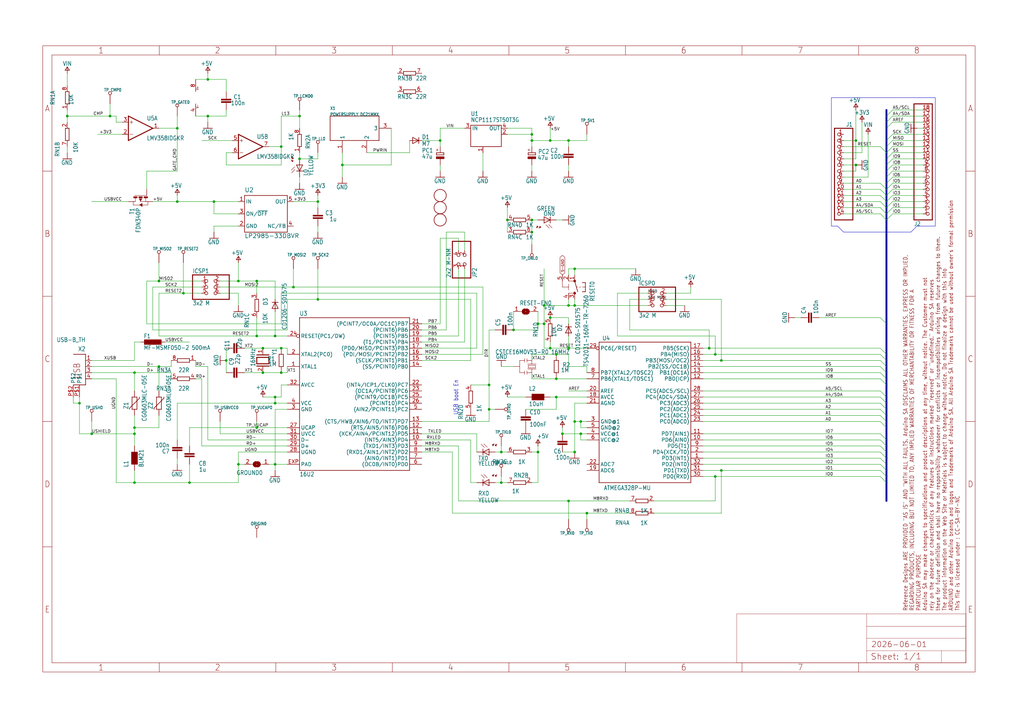
<source format=kicad_sch>
(kicad_sch (version 20250114) (generator "eeschema") (generator_version "9.0")
  (paper "User" 425.45 298.602)
  (text "USB boot En" (at 190.5 172.72 90) (effects (font (size 1.778 1.5113)) (justify left bottom)))
  (junction (at 236.22 58.42))
  (junction (at 208.28 187.96))
  (junction (at 109.22 144.78))
  (junction (at 106.68 139.7))
  (junction (at 299.72 149.86))
  (junction (at 114.3 167.64))
  (junction (at 142.24 68.58))
  (junction (at 66.04 116.84))
  (junction (at 116.84 60.96))
  (junction (at 294.64 144.78))
  (junction (at 55.88 180.34))
  (junction (at 121.92 119.38))
  (junction (at 236.22 208.28))
  (junction (at 297.18 198.12))
  (junction (at 220.98 55.88))
  (junction (at 66.04 152.4))
  (junction (at 231.14 165.1))
  (junction (at 226.06 127))
  (junction (at 93.98 149.86))
  (junction (at 73.66 83.82))
  (junction (at 86.36 33.02))
  (junction (at 241.3 175.26))
  (junction (at 73.66 53.34))
  (junction (at 55.88 200.66))
  (junction (at 238.76 187.96))
  (junction (at 228.6 58.42))
  (junction (at 45.72 48.26))
  (junction (at 299.72 195.58))
  (junction (at 203.2 160.02))
  (junction (at 223.52 187.96))
  (junction (at 238.76 111.76))
  (junction (at 228.6 144.78))
  (junction (at 106.68 116.84))
  (junction (at 124.46 48.26))
  (junction (at 238.76 175.26))
  (junction (at 76.2 121.92))
  (junction (at 213.36 137.16))
  (junction (at 55.88 177.8))
  (junction (at 355.6 58.42))
  (junction (at 203.2 170.18))
  (junction (at 109.22 154.94))
  (junction (at 99.06 193.04))
  (junction (at 210.82 91.44))
  (junction (at 55.88 154.94))
  (junction (at 220.98 96.52))
  (junction (at 236.22 127))
  (junction (at 182.88 58.42))
  (junction (at 116.84 144.78))
  (junction (at 231.14 147.32))
  (junction (at 114.3 193.04))
  (junction (at 241.3 180.34))
  (junction (at 220.98 91.44))
  (junction (at 233.68 180.34))
  (junction (at 86.36 48.26))
  (junction (at 114.3 139.7))
  (junction (at 132.08 124.46))
  (junction (at 116.84 154.94))
  (junction (at 355.6 68.58))
  (junction (at 236.22 144.78))
  (junction (at 27.94 48.26))
  (junction (at 208.28 200.66))
  (junction (at 114.3 165.1))
  (junction (at 228.6 132.08))
  (junction (at 88.9 83.82))
  (junction (at 238.76 127))
  (junction (at 38.1 180.34))
  (junction (at 223.52 134.62))
  (junction (at 243.84 213.36))
  (junction (at 99.06 116.84))
  (junction (at 124.46 66.04))
  (junction (at 220.98 58.42))
  (junction (at 231.14 157.48))
  (junction (at 78.74 200.66))
  (junction (at 132.08 83.82))
  (junction (at 33.02 167.64))
  (junction (at 106.68 177.8))
  (junction (at 226.06 134.62))
  (junction (at 297.18 147.32))
  (bus_entry (at 365.76 198.12) (size 2.54 2.54))
  (bus_entry (at 365.76 147.32) (size 2.54 2.54))
  (bus_entry (at 365.76 187.96) (size 2.54 2.54))
  (bus_entry (at 365.76 81.28) (size 2.54 2.54))
  (bus_entry (at 365.76 83.82) (size 2.54 2.54))
  (bus_entry (at 365.76 185.42) (size 2.54 2.54))
  (bus_entry (at 365.76 132.08) (size 2.54 2.54))
  (bus_entry (at 370.84 76.2) (size -2.54 2.54))
  (bus_entry (at 370.84 55.88) (size -2.54 2.54))
  (bus_entry (at 370.84 71.12) (size -2.54 2.54))
  (bus_entry (at 370.84 66.04) (size -2.54 2.54))
  (bus_entry (at 370.84 86.36) (size -2.54 2.54))
  (bus_entry (at 365.76 149.86) (size 2.54 2.54))
  (bus_entry (at 365.76 88.9) (size 2.54 2.54))
  (bus_entry (at 365.76 172.72) (size 2.54 2.54))
  (bus_entry (at 365.76 157.48) (size 2.54 2.54))
  (bus_entry (at 370.84 60.96) (size -2.54 2.54))
  (bus_entry (at 365.76 180.34) (size 2.54 2.54))
  (bus_entry (at 365.76 60.96) (size 2.54 2.54))
  (bus_entry (at 370.84 58.42) (size -2.54 2.54))
  (bus_entry (at 365.76 78.74) (size 2.54 2.54))
  (bus_entry (at 365.76 193.04) (size 2.54 2.54))
  (bus_entry (at 365.76 86.36) (size 2.54 2.54))
  (bus_entry (at 365.76 167.64) (size 2.54 2.54))
  (bus_entry (at 365.76 154.94) (size 2.54 2.54))
  (bus_entry (at 365.76 175.26) (size 2.54 2.54))
  (bus_entry (at 370.84 73.66) (size -2.54 2.54))
  (bus_entry (at 365.76 190.5) (size 2.54 2.54))
  (bus_entry (at 365.76 182.88) (size 2.54 2.54))
  (bus_entry (at 365.76 165.1) (size 2.54 2.54))
  (bus_entry (at 370.84 78.74) (size -2.54 2.54))
  (bus_entry (at 365.76 162.56) (size 2.54 2.54))
  (bus_entry (at 365.76 76.2) (size 2.54 2.54))
  (bus_entry (at 370.84 63.5) (size -2.54 2.54))
  (bus_entry (at 370.84 48.26) (size -2.54 2.54))
  (bus_entry (at 365.76 195.58) (size 2.54 2.54))
  (bus_entry (at 365.76 152.4) (size 2.54 2.54))
  (bus_entry (at 365.76 170.18) (size 2.54 2.54))
  (bus_entry (at 370.84 81.28) (size -2.54 2.54))
  (bus_entry (at 370.84 68.58) (size -2.54 2.54))
  (bus_entry (at 365.76 144.78) (size 2.54 2.54))
  (bus_entry (at 370.84 45.72) (size -2.54 2.54))
  (bus_entry (at 370.84 88.9) (size -2.54 2.54))
  (bus_entry (at 370.84 50.8) (size -2.54 2.54))
  (bus_entry (at 370.84 83.82) (size -2.54 2.54))
  (wire (pts (xy 203.2 170.18) (xy 203.2 160.02)) (stroke (width 0.1524)))
  (wire (pts (xy 220.98 96.52) (xy 220.98 101.6)) (stroke (width 0.1524)))
  (wire (pts (xy 228.6 53.34) (xy 228.6 58.42)) (stroke (width 0.1524)))
  (wire (pts (xy 45.72 43.18) (xy 45.72 48.26)) (stroke (width 0.1524)))
  (wire (pts (xy 297.18 208.28) (xy 297.18 198.12)) (stroke (width 0.1524)))
  (wire (pts (xy 99.06 116.84) (xy 99.06 109.22)) (stroke (width 0.1524)))
  (wire (pts (xy 243.84 152.4) (xy 243.84 154.94)) (stroke (width 0.1524)))
  (wire (pts (xy 55.88 154.94) (xy 38.1 154.94)) (stroke (width 0.1524)))
  (wire (pts (xy 292.1 167.64) (xy 365.76 167.64)) (stroke (width 0.1524)))
  (wire (pts (xy 78.74 200.66) (xy 99.06 200.66)) (stroke (width 0.1524)))
  (wire (pts (xy 236.22 58.42) (xy 243.84 58.42)) (stroke (width 0.1524)))
  (bus (pts (xy 368.3 88.9) (xy 368.3 91.44)) (stroke (width 0.762)))
  (wire (pts (xy 297.18 147.32) (xy 292.1 147.32)) (stroke (width 0.1524)))
  (wire (pts (xy 185.42 137.16) (xy 185.42 96.52)) (stroke (width 0.1524)))
  (wire (pts (xy 50.8 50.8) (xy 48.26 50.8)) (stroke (width 0.1524)))
  (bus (pts (xy 368.3 167.64) (xy 368.3 170.18)) (stroke (width 0.762)))
  (bus (pts (xy 368.3 78.74) (xy 368.3 81.28)) (stroke (width 0.762)))
  (wire (pts (xy 116.84 68.58) (xy 93.98 68.58)) (stroke (width 0.1524)))
  (wire (pts (xy 360.68 73.66) (xy 360.68 55.88)) (stroke (width 0.1524)))
  (wire (pts (xy 175.26 58.42) (xy 182.88 58.42)) (stroke (width 0.1524)))
  (wire (pts (xy 119.38 139.7) (xy 114.3 139.7)) (stroke (width 0.1524)))
  (polyline (pts (xy 388.62 93.98) (xy 388.62 40.64)) (stroke (width 0.1524) (type solid)))
  (wire (pts (xy 38.1 180.34) (xy 33.02 180.34)) (stroke (width 0.1524)))
  (wire (pts (xy 271.78 213.36) (xy 299.72 213.36)) (stroke (width 0.1524)))
  (wire (pts (xy 60.96 134.62) (xy 60.96 116.84)) (stroke (width 0.1524)))
  (polyline (pts (xy 345.44 40.64) (xy 345.44 93.98)) (stroke (width 0.1524) (type solid)))
  (wire (pts (xy 86.36 50.8) (xy 86.36 48.26)) (stroke (width 0.1524)))
  (wire (pts (xy 238.76 124.46) (xy 238.76 127)) (stroke (width 0.1524)))
  (wire (pts (xy 78.74 142.24) (xy 68.58 142.24)) (stroke (width 0.1524)))
  (wire (pts (xy 261.62 124.46) (xy 261.62 137.16)) (stroke (width 0.1524)))
  (wire (pts (xy 243.84 182.88) (xy 241.3 182.88)) (stroke (width 0.1524)))
  (wire (pts (xy 231.14 170.18) (xy 231.14 165.1)) (stroke (width 0.1524)))
  (wire (pts (xy 220.98 187.96) (xy 223.52 187.96)) (stroke (width 0.1524)))
  (wire (pts (xy 236.22 58.42) (xy 236.22 60.96)) (stroke (width 0.1524)))
  (wire (pts (xy 170.18 63.5) (xy 170.18 58.42)) (stroke (width 0.1524)))
  (wire (pts (xy 213.36 137.16) (xy 213.36 129.54)) (stroke (width 0.1524)))
  (wire (pts (xy 208.28 198.12) (xy 208.28 200.66)) (stroke (width 0.1524)))
  (wire (pts (xy 30.48 165.1) (xy 30.48 167.64)) (stroke (width 0.1524)))
  (wire (pts (xy 220.98 147.32) (xy 231.14 147.32)) (stroke (width 0.1524)))
  (wire (pts (xy 81.28 33.02) (xy 86.36 33.02)) (stroke (width 0.1524)))
  (wire (pts (xy 236.22 215.9) (xy 236.22 208.28)) (stroke (width 0.1524)))
  (wire (pts (xy 218.44 170.18) (xy 231.14 170.18)) (stroke (width 0.1524)))
  (wire (pts (xy 203.2 175.26) (xy 203.2 170.18)) (stroke (width 0.1524)))
  (wire (pts (xy 124.46 53.34) (xy 124.46 48.26)) (stroke (width 0.1524)))
  (bus (pts (xy 368.3 48.26) (xy 368.3 50.8)) (stroke (width 0.762)))
  (wire (pts (xy 299.72 213.36) (xy 299.72 195.58)) (stroke (width 0.1524)))
  (wire (pts (xy 48.26 50.8) (xy 48.26 48.26)) (stroke (width 0.1524)))
  (wire (pts (xy 243.84 177.8) (xy 241.3 177.8)) (stroke (width 0.1524)))
  (bus (pts (xy 368.3 81.28) (xy 368.3 83.82)) (stroke (width 0.762)))
  (wire (pts (xy 109.22 144.78) (xy 116.84 144.78)) (stroke (width 0.1524)))
  (wire (pts (xy 116.84 154.94) (xy 119.38 154.94)) (stroke (width 0.1524)))
  (wire (pts (xy 210.82 96.52) (xy 210.82 91.44)) (stroke (width 0.1524)))
  (wire (pts (xy 208.28 187.96) (xy 205.74 187.96)) (stroke (width 0.1524)))
  (wire (pts (xy 124.46 63.5) (xy 124.46 66.04)) (stroke (width 0.1524)))
  (wire (pts (xy 190.5 99.06) (xy 182.88 99.06)) (stroke (width 0.1524)))
  (wire (pts (xy 292.1 195.58) (xy 299.72 195.58)) (stroke (width 0.1524)))
  (wire (pts (xy 220.98 60.96) (xy 220.98 58.42)) (stroke (width 0.1524)))
  (wire (pts (xy 292.1 157.48) (xy 365.76 157.48)) (stroke (width 0.1524)))
  (wire (pts (xy 236.22 132.08) (xy 236.22 134.62)) (stroke (width 0.1524)))
  (wire (pts (xy 193.04 96.52) (xy 193.04 104.14)) (stroke (width 0.1524)))
  (wire (pts (xy 55.88 154.94) (xy 55.88 162.56)) (stroke (width 0.1524)))
  (wire (pts (xy 210.82 91.44) (xy 210.82 86.36)) (stroke (width 0.1524)))
  (bus (pts (xy 368.3 53.34) (xy 368.3 58.42)) (stroke (width 0.762)))
  (wire (pts (xy 210.82 200.66) (xy 208.28 200.66)) (stroke (width 0.1524)))
  (wire (pts (xy 292.1 187.96) (xy 365.76 187.96)) (stroke (width 0.1524)))
  (bus (pts (xy 368.3 66.04) (xy 368.3 68.58)) (stroke (width 0.762)))
  (wire (pts (xy 220.98 55.88) (xy 220.98 58.42)) (stroke (width 0.1524)))
  (wire (pts (xy 73.66 83.82) (xy 88.9 83.82)) (stroke (width 0.1524)))
  (wire (pts (xy 383.54 71.12) (xy 370.84 71.12)) (stroke (width 0.1524)))
  (wire (pts (xy 198.12 187.96) (xy 198.12 180.34)) (stroke (width 0.1524)))
  (wire (pts (xy 81.28 152.4) (xy 86.36 152.4)) (stroke (width 0.1524)))
  (wire (pts (xy 365.76 165.1) (xy 292.1 165.1)) (stroke (width 0.1524)))
  (wire (pts (xy 340.36 132.08) (xy 365.76 132.08)) (stroke (width 0.1524)))
  (wire (pts (xy 226.06 134.62) (xy 226.06 144.78)) (stroke (width 0.1524)))
  (wire (pts (xy 78.74 185.42) (xy 78.74 177.8)) (stroke (width 0.1524)))
  (wire (pts (xy 233.68 177.8) (xy 233.68 180.34)) (stroke (width 0.1524)))
  (wire (pts (xy 93.98 48.26) (xy 86.36 48.26)) (stroke (width 0.1524)))
  (wire (pts (xy 297.18 208.28) (xy 271.78 208.28)) (stroke (width 0.1524)))
  (wire (pts (xy 55.88 200.66) (xy 78.74 200.66)) (stroke (width 0.1524)))
  (wire (pts (xy 238.76 187.96) (xy 233.68 187.96)) (stroke (width 0.1524)))
  (wire (pts (xy 241.3 180.34) (xy 233.68 180.34)) (stroke (width 0.1524)))
  (wire (pts (xy 292.1 154.94) (xy 365.76 154.94)) (stroke (width 0.1524)))
  (wire (pts (xy 38.1 175.26) (xy 38.1 180.34)) (stroke (width 0.1524)))
  (wire (pts (xy 299.72 195.58) (xy 365.76 195.58)) (stroke (width 0.1524)))
  (wire (pts (xy 292.1 162.56) (xy 365.76 162.56)) (stroke (width 0.1524)))
  (wire (pts (xy 114.3 116.84) (xy 114.3 124.46)) (stroke (width 0.1524)))
  (wire (pts (xy 195.58 182.88) (xy 175.26 182.88)) (stroke (width 0.1524)))
  (wire (pts (xy 261.62 213.36) (xy 243.84 213.36)) (stroke (width 0.1524)))
  (wire (pts (xy 132.08 124.46) (xy 132.08 111.76)) (stroke (width 0.1524)))
  (wire (pts (xy 27.94 35.56) (xy 27.94 30.48)) (stroke (width 0.1524)))
  (wire (pts (xy 223.52 91.44) (xy 220.98 91.44)) (stroke (width 0.1524)))
  (wire (pts (xy 48.26 200.66) (xy 55.88 200.66)) (stroke (width 0.1524)))
  (wire (pts (xy 226.06 134.62) (xy 226.06 127)) (stroke (width 0.1524)))
  (wire (pts (xy 116.84 154.94) (xy 109.22 154.94)) (stroke (width 0.1524)))
  (wire (pts (xy 86.36 152.4) (xy 86.36 182.88)) (stroke (width 0.1524)))
  (wire (pts (xy 220.98 200.66) (xy 223.52 200.66)) (stroke (width 0.1524)))
  (wire (pts (xy 383.54 83.82) (xy 370.84 83.82)) (stroke (width 0.1524)))
  (wire (pts (xy 124.46 45.72) (xy 124.46 48.26)) (stroke (width 0.1524)))
  (wire (pts (xy 109.22 144.78) (xy 101.6 144.78)) (stroke (width 0.1524)))
  (wire (pts (xy 66.04 139.7) (xy 66.04 121.92)) (stroke (width 0.1524)))
  (wire (pts (xy 190.5 104.14) (xy 190.5 99.06)) (stroke (width 0.1524)))
  (wire (pts (xy 236.22 144.78) (xy 228.6 144.78)) (stroke (width 0.1524)))
  (bus (pts (xy 368.3 91.44) (xy 368.3 134.62)) (stroke (width 0.762)))
  (wire (pts (xy 228.6 132.08) (xy 236.22 132.08)) (stroke (width 0.1524)))
  (wire (pts (xy 198.12 180.34) (xy 175.26 180.34)) (stroke (width 0.1524)))
  (bus (pts (xy 368.3 200.66) (xy 368.3 208.28)) (stroke (width 0.762)))
  (wire (pts (xy 210.82 55.88) (xy 220.98 55.88)) (stroke (width 0.1524)))
  (bus (pts (xy 368.3 190.5) (xy 368.3 193.04)) (stroke (width 0.762)))
  (bus (pts (xy 368.3 172.72) (xy 368.3 175.26)) (stroke (width 0.762)))
  (wire (pts (xy 27.94 48.26) (xy 27.94 50.8)) (stroke (width 0.1524)))
  (wire (pts (xy 243.84 213.36) (xy 187.96 213.36)) (stroke (width 0.1524)))
  (wire (pts (xy 45.72 48.26) (xy 48.26 48.26)) (stroke (width 0.1524)))
  (wire (pts (xy 292.1 180.34) (xy 365.76 180.34)) (stroke (width 0.1524)))
  (bus (pts (xy 368.3 63.5) (xy 368.3 66.04)) (stroke (width 0.762)))
  (wire (pts (xy 99.06 121.92) (xy 99.06 127)) (stroke (width 0.1524)))
  (wire (pts (xy 119.38 154.94) (xy 119.38 152.4)) (stroke (width 0.1524)))
  (wire (pts (xy 124.46 66.04) (xy 132.08 66.04)) (stroke (width 0.1524)))
  (polyline (pts (xy 347.98 93.98) (xy 350.52 96.52)) (stroke (width 0.1524) (type solid)))
  (wire (pts (xy 63.5 137.16) (xy 63.5 119.38)) (stroke (width 0.1524)))
  (polyline (pts (xy 388.62 40.64) (xy 345.44 40.64)) (stroke (width 0.1524) (type solid)))
  (wire (pts (xy 355.6 68.58) (xy 350.52 68.58)) (stroke (width 0.1524)))
  (wire (pts (xy 73.66 53.34) (xy 66.04 53.34)) (stroke (width 0.1524)))
  (wire (pts (xy 233.68 91.44) (xy 231.14 91.44)) (stroke (width 0.1524)))
  (wire (pts (xy 355.6 71.12) (xy 355.6 68.58)) (stroke (width 0.1524)))
  (wire (pts (xy 198.12 121.92) (xy 116.84 121.92)) (stroke (width 0.1524)))
  (wire (pts (xy 193.04 142.24) (xy 193.04 111.76)) (stroke (width 0.1524)))
  (wire (pts (xy 198.12 200.66) (xy 195.58 200.66)) (stroke (width 0.1524)))
  (wire (pts (xy 238.76 111.76) (xy 238.76 114.3)) (stroke (width 0.1524)))
  (bus (pts (xy 368.3 60.96) (xy 368.3 63.5)) (stroke (width 0.762)))
  (wire (pts (xy 350.52 83.82) (xy 365.76 83.82)) (stroke (width 0.1524)))
  (wire (pts (xy 243.84 215.9) (xy 243.84 213.36)) (stroke (width 0.1524)))
  (wire (pts (xy 71.12 154.94) (xy 55.88 154.94)) (stroke (width 0.1524)))
  (wire (pts (xy 132.08 66.04) (xy 132.08 63.5)) (stroke (width 0.1524)))
  (wire (pts (xy 55.88 177.8) (xy 55.88 180.34)) (stroke (width 0.1524)))
  (wire (pts (xy 350.52 88.9) (xy 365.76 88.9)) (stroke (width 0.1524)))
  (wire (pts (xy 210.82 187.96) (xy 208.28 187.96)) (stroke (width 0.1524)))
  (wire (pts (xy 231.14 157.48) (xy 220.98 157.48)) (stroke (width 0.1524)))
  (wire (pts (xy 96.52 58.42) (xy 83.82 58.42)) (stroke (width 0.1524)))
  (wire (pts (xy 381 53.34) (xy 383.54 53.34)) (stroke (width 0.1524)))
  (wire (pts (xy 119.38 182.88) (xy 86.36 182.88)) (stroke (width 0.1524)))
  (wire (pts (xy 195.58 160.02) (xy 203.2 160.02)) (stroke (width 0.1524)))
  (bus (pts (xy 368.3 76.2) (xy 368.3 78.74)) (stroke (width 0.762)))
  (wire (pts (xy 63.5 83.82) (xy 73.66 83.82)) (stroke (width 0.1524)))
  (wire (pts (xy 81.28 48.26) (xy 86.36 48.26)) (stroke (width 0.1524)))
  (wire (pts (xy 228.6 144.78) (xy 226.06 144.78)) (stroke (width 0.1524)))
  (bus (pts (xy 368.3 185.42) (xy 368.3 187.96)) (stroke (width 0.762)))
  (wire (pts (xy 162.56 68.58) (xy 162.56 53.34)) (stroke (width 0.1524)))
  (wire (pts (xy 27.94 45.72) (xy 27.94 48.26)) (stroke (width 0.1524)))
  (wire (pts (xy 236.22 111.76) (xy 238.76 111.76)) (stroke (width 0.1524)))
  (wire (pts (xy 292.1 182.88) (xy 365.76 182.88)) (stroke (width 0.1524)))
  (wire (pts (xy 132.08 96.52) (xy 132.08 93.98)) (stroke (width 0.1524)))
  (wire (pts (xy 383.54 48.26) (xy 370.84 48.26)) (stroke (width 0.1524)))
  (wire (pts (xy 73.66 83.82) (xy 73.66 81.28)) (stroke (width 0.1524)))
  (wire (pts (xy 121.92 119.38) (xy 91.44 119.38)) (stroke (width 0.1524)))
  (bus (pts (xy 368.3 83.82) (xy 368.3 86.36)) (stroke (width 0.762)))
  (wire (pts (xy 236.22 208.28) (xy 261.62 208.28)) (stroke (width 0.1524)))
  (wire (pts (xy 220.98 157.48) (xy 220.98 154.94)) (stroke (width 0.1524)))
  (wire (pts (xy 287.02 119.38) (xy 287.02 121.92)) (stroke (width 0.1524)))
  (bus (pts (xy 368.3 68.58) (xy 368.3 71.12)) (stroke (width 0.762)))
  (wire (pts (xy 238.76 127) (xy 236.22 127)) (stroke (width 0.1524)))
  (wire (pts (xy 76.2 109.22) (xy 76.2 121.92)) (stroke (width 0.1524)))
  (wire (pts (xy 195.58 149.86) (xy 195.58 124.46)) (stroke (width 0.1524)))
  (wire (pts (xy 109.22 165.1) (xy 114.3 165.1)) (stroke (width 0.1524)))
  (wire (pts (xy 93.98 68.58) (xy 93.98 63.5)) (stroke (width 0.1524)))
  (wire (pts (xy 91.44 180.34) (xy 91.44 175.26)) (stroke (width 0.1524)))
  (wire (pts (xy 121.92 83.82) (xy 132.08 83.82)) (stroke (width 0.1524)))
  (wire (pts (xy 223.52 187.96) (xy 223.52 200.66)) (stroke (width 0.1524)))
  (wire (pts (xy 383.54 81.28) (xy 370.84 81.28)) (stroke (width 0.1524)))
  (wire (pts (xy 111.76 193.04) (xy 114.3 193.04)) (stroke (width 0.1524)))
  (wire (pts (xy 38.1 157.48) (xy 48.26 157.48)) (stroke (width 0.1524)))
  (wire (pts (xy 175.26 137.16) (xy 185.42 137.16)) (stroke (width 0.1524)))
  (bus (pts (xy 368.3 152.4) (xy 368.3 154.94)) (stroke (width 0.762)))
  (wire (pts (xy 60.96 71.12) (xy 73.66 71.12)) (stroke (width 0.1524)))
  (bus (pts (xy 368.3 73.66) (xy 368.3 76.2)) (stroke (width 0.762)))
  (wire (pts (xy 287.02 121.92) (xy 276.86 121.92)) (stroke (width 0.1524)))
  (wire (pts (xy 236.22 139.7) (xy 236.22 144.78)) (stroke (width 0.1524)))
  (wire (pts (xy 91.44 116.84) (xy 99.06 116.84)) (stroke (width 0.1524)))
  (wire (pts (xy 76.2 121.92) (xy 83.82 121.92)) (stroke (width 0.1524)))
  (wire (pts (xy 195.58 124.46) (xy 132.08 124.46)) (stroke (width 0.1524)))
  (wire (pts (xy 132.08 83.82) (xy 132.08 86.36)) (stroke (width 0.1524)))
  (wire (pts (xy 383.54 73.66) (xy 370.84 73.66)) (stroke (width 0.1524)))
  (bus (pts (xy 368.3 193.04) (xy 368.3 195.58)) (stroke (width 0.762)))
  (wire (pts (xy 228.6 142.24) (xy 228.6 144.78)) (stroke (width 0.1524)))
  (wire (pts (xy 292.1 152.4) (xy 365.76 152.4)) (stroke (width 0.1524)))
  (wire (pts (xy 83.82 185.42) (xy 119.38 185.42)) (stroke (width 0.1524)))
  (wire (pts (xy 73.66 193.04) (xy 73.66 190.5)) (stroke (width 0.1524)))
  (wire (pts (xy 208.28 200.66) (xy 205.74 200.66)) (stroke (width 0.1524)))
  (wire (pts (xy 114.3 167.64) (xy 73.66 167.64)) (stroke (width 0.1524)))
  (wire (pts (xy 205.74 137.16) (xy 203.2 137.16)) (stroke (width 0.1524)))
  (wire (pts (xy 86.36 30.48) (xy 86.36 33.02)) (stroke (width 0.1524)))
  (wire (pts (xy 276.86 124.46) (xy 299.72 124.46)) (stroke (width 0.1524)))
  (wire (pts (xy 228.6 58.42) (xy 236.22 58.42)) (stroke (width 0.1524)))
  (wire (pts (xy 91.44 180.34) (xy 119.38 180.34)) (stroke (width 0.1524)))
  (wire (pts (xy 111.76 60.96) (xy 116.84 60.96)) (stroke (width 0.1524)))
  (wire (pts (xy 106.68 177.8) (xy 106.68 175.26)) (stroke (width 0.1524)))
  (wire (pts (xy 106.68 116.84) (xy 114.3 116.84)) (stroke (width 0.1524)))
  (wire (pts (xy 355.6 58.42) (xy 355.6 45.72)) (stroke (width 0.1524)))
  (wire (pts (xy 109.22 154.94) (xy 101.6 154.94)) (stroke (width 0.1524)))
  (wire (pts (xy 119.38 160.02) (xy 116.84 160.02)) (stroke (width 0.1524)))
  (wire (pts (xy 175.26 147.32) (xy 200.66 147.32)) (stroke (width 0.1524)))
  (wire (pts (xy 236.22 147.32) (xy 236.22 152.4)) (stroke (width 0.1524)))
  (wire (pts (xy 88.9 83.82) (xy 99.06 83.82)) (stroke (width 0.1524)))
  (wire (pts (xy 241.3 175.26) (xy 243.84 175.26)) (stroke (width 0.1524)))
  (wire (pts (xy 99.06 193.04) (xy 99.06 187.96)) (stroke (width 0.1524)))
  (wire (pts (xy 60.96 78.74) (xy 60.96 71.12)) (stroke (width 0.1524)))
  (wire (pts (xy 355.6 66.04) (xy 355.6 58.42)) (stroke (width 0.1524)))
  (bus (pts (xy 368.3 86.36) (xy 368.3 88.9)) (stroke (width 0.762)))
  (wire (pts (xy 73.66 48.26) (xy 73.66 53.34)) (stroke (width 0.1524)))
  (wire (pts (xy 93.98 63.5) (xy 96.52 63.5)) (stroke (width 0.1524)))
  (wire (pts (xy 116.84 165.1) (xy 114.3 165.1)) (stroke (width 0.1524)))
  (wire (pts (xy 182.88 60.96) (xy 182.88 58.42)) (stroke (width 0.1524)))
  (wire (pts (xy 78.74 193.04) (xy 78.74 200.66)) (stroke (width 0.1524)))
  (wire (pts (xy 226.06 127) (xy 226.06 111.76)) (stroke (width 0.1524)))
  (wire (pts (xy 238.76 111.76) (xy 264.16 111.76)) (stroke (width 0.1524)))
  (wire (pts (xy 223.52 134.62) (xy 226.06 134.62)) (stroke (width 0.1524)))
  (wire (pts (xy 175.26 149.86) (xy 195.58 149.86)) (stroke (width 0.1524)))
  (wire (pts (xy 124.46 76.2) (xy 124.46 73.66)) (stroke (width 0.1524)))
  (wire (pts (xy 175.26 134.62) (xy 182.88 134.62)) (stroke (width 0.1524)))
  (wire (pts (xy 119.38 177.8) (xy 106.68 177.8)) (stroke (width 0.1524)))
  (wire (pts (xy 297.18 139.7) (xy 297.18 147.32)) (stroke (width 0.1524)))
  (wire (pts (xy 66.04 172.72) (xy 66.04 177.8)) (stroke (width 0.1524)))
  (wire (pts (xy 38.1 83.82) (xy 53.34 83.82)) (stroke (width 0.1524)))
  (wire (pts (xy 256.54 139.7) (xy 297.18 139.7)) (stroke (width 0.1524)))
  (wire (pts (xy 383.54 45.72) (xy 370.84 45.72)) (stroke (width 0.1524)))
  (wire (pts (xy 350.52 78.74) (xy 365.76 78.74)) (stroke (width 0.1524)))
  (wire (pts (xy 38.1 149.86) (xy 55.88 149.86)) (stroke (width 0.1524)))
  (wire (pts (xy 210.82 165.1) (xy 218.44 165.1)) (stroke (width 0.1524)))
  (bus (pts (xy 368.3 170.18) (xy 368.3 172.72)) (stroke (width 0.762)))
  (wire (pts (xy 132.08 81.28) (xy 132.08 83.82)) (stroke (width 0.1524)))
  (wire (pts (xy 119.38 137.16) (xy 63.5 137.16)) (stroke (width 0.1524)))
  (wire (pts (xy 55.88 180.34) (xy 38.1 180.34)) (stroke (width 0.1524)))
  (bus (pts (xy 368.3 147.32) (xy 368.3 149.86)) (stroke (width 0.762)))
  (wire (pts (xy 81.28 157.48) (xy 83.82 157.48)) (stroke (width 0.1524)))
  (wire (pts (xy 93.98 45.72) (xy 93.98 48.26)) (stroke (width 0.1524)))
  (polyline (pts (xy 381 93.98) (xy 388.62 93.98)) (stroke (width 0.1524) (type solid)))
  (wire (pts (xy 383.54 88.9) (xy 370.84 88.9)) (stroke (width 0.1524)))
  (wire (pts (xy 114.3 129.54) (xy 114.3 139.7)) (stroke (width 0.1524)))
  (bus (pts (xy 368.3 187.96) (xy 368.3 190.5)) (stroke (width 0.762)))
  (wire (pts (xy 93.98 33.02) (xy 93.98 38.1)) (stroke (width 0.1524)))
  (wire (pts (xy 292.1 193.04) (xy 365.76 193.04)) (stroke (width 0.1524)))
  (wire (pts (xy 269.24 124.46) (xy 261.62 124.46)) (stroke (width 0.1524)))
  (wire (pts (xy 91.44 121.92) (xy 99.06 121.92)) (stroke (width 0.1524)))
  (wire (pts (xy 152.4 63.5) (xy 170.18 63.5)) (stroke (width 0.1524)))
  (wire (pts (xy 241.3 182.88) (xy 241.3 180.34)) (stroke (width 0.1524)))
  (wire (pts (xy 238.76 187.96) (xy 238.76 175.26)) (stroke (width 0.1524)))
  (wire (pts (xy 182.88 99.06) (xy 182.88 134.62)) (stroke (width 0.1524)))
  (wire (pts (xy 299.72 149.86) (xy 292.1 149.86)) (stroke (width 0.1524)))
  (wire (pts (xy 297.18 198.12) (xy 365.76 198.12)) (stroke (width 0.1524)))
  (wire (pts (xy 223.52 187.96) (xy 223.52 185.42)) (stroke (width 0.1524)))
  (wire (pts (xy 213.36 152.4) (xy 208.28 152.4)) (stroke (width 0.1524)))
  (wire (pts (xy 243.84 144.78) (xy 236.22 144.78)) (stroke (width 0.1524)))
  (wire (pts (xy 182.88 58.42) (xy 182.88 53.34)) (stroke (width 0.1524)))
  (wire (pts (xy 292.1 144.78) (xy 294.64 144.78)) (stroke (width 0.1524)))
  (polyline (pts (xy 345.44 93.98) (xy 347.98 93.98)) (stroke (width 0.1524) (type solid)))
  (bus (pts (xy 368.3 71.12) (xy 368.3 73.66)) (stroke (width 0.762)))
  (wire (pts (xy 99.06 187.96) (xy 119.38 187.96)) (stroke (width 0.1524)))
  (wire (pts (xy 383.54 66.04) (xy 370.84 66.04)) (stroke (width 0.1524)))
  (wire (pts (xy 66.04 177.8) (xy 55.88 177.8)) (stroke (width 0.1524)))
  (wire (pts (xy 269.24 121.92) (xy 256.54 121.92)) (stroke (width 0.1524)))
  (wire (pts (xy 119.38 167.64) (xy 114.3 167.64)) (stroke (width 0.1524)))
  (wire (pts (xy 203.2 160.02) (xy 203.2 137.16)) (stroke (width 0.1524)))
  (wire (pts (xy 175.26 144.78) (xy 198.12 144.78)) (stroke (width 0.1524)))
  (wire (pts (xy 256.54 121.92) (xy 256.54 139.7)) (stroke (width 0.1524)))
  (bus (pts (xy 368.3 177.8) (xy 368.3 182.88)) (stroke (width 0.762)))
  (wire (pts (xy 193.04 53.34) (xy 182.88 53.34)) (stroke (width 0.1524)))
  (wire (pts (xy 200.66 147.32) (xy 200.66 119.38)) (stroke (width 0.1524)))
  (wire (pts (xy 121.92 119.38) (xy 121.92 111.76)) (stroke (width 0.1524)))
  (wire (pts (xy 187.96 213.36) (xy 187.96 187.96)) (stroke (width 0.1524)))
  (wire (pts (xy 261.62 137.16) (xy 294.64 137.16)) (stroke (width 0.1524)))
  (wire (pts (xy 350.52 60.96) (xy 365.76 60.96)) (stroke (width 0.1524)))
  (wire (pts (xy 220.98 149.86) (xy 220.98 147.32)) (stroke (width 0.1524)))
  (wire (pts (xy 55.88 177.8) (xy 55.88 172.72)) (stroke (width 0.1524)))
  (wire (pts (xy 243.84 165.1) (xy 231.14 165.1)) (stroke (width 0.1524)))
  (wire (pts (xy 114.3 195.58) (xy 114.3 193.04)) (stroke (width 0.1524)))
  (wire (pts (xy 208.28 185.42) (xy 208.28 187.96)) (stroke (width 0.1524)))
  (wire (pts (xy 236.22 111.76) (xy 236.22 114.3)) (stroke (width 0.1524)))
  (wire (pts (xy 71.12 149.86) (xy 71.12 152.4)) (stroke (width 0.1524)))
  (wire (pts (xy 99.06 200.66) (xy 99.06 193.04)) (stroke (width 0.1524)))
  (wire (pts (xy 365.76 175.26) (xy 292.1 175.26)) (stroke (width 0.1524)))
  (wire (pts (xy 292.1 185.42) (xy 365.76 185.42)) (stroke (width 0.1524)))
  (wire (pts (xy 238.76 175.26) (xy 241.3 175.26)) (stroke (width 0.1524)))
  (wire (pts (xy 383.54 78.74) (xy 370.84 78.74)) (stroke (width 0.1524)))
  (wire (pts (xy 119.38 193.04) (xy 114.3 193.04)) (stroke (width 0.1524)))
  (bus (pts (xy 368.3 157.48) (xy 368.3 160.02)) (stroke (width 0.762)))
  (wire (pts (xy 116.84 60.96) (xy 116.84 68.58)) (stroke (width 0.1524)))
  (bus (pts (xy 368.3 195.58) (xy 368.3 198.12)) (stroke (width 0.762)))
  (wire (pts (xy 236.22 127) (xy 226.06 127)) (stroke (width 0.1524)))
  (wire (pts (xy 99.06 88.9) (xy 88.9 88.9)) (stroke (width 0.1524)))
  (wire (pts (xy 236.22 124.46) (xy 236.22 127)) (stroke (width 0.1524)))
  (wire (pts (xy 60.96 116.84) (xy 66.04 116.84)) (stroke (width 0.1524)))
  (wire (pts (xy 175.26 142.24) (xy 193.04 142.24)) (stroke (width 0.1524)))
  (bus (pts (xy 368.3 182.88) (xy 368.3 185.42)) (stroke (width 0.762)))
  (bus (pts (xy 368.3 165.1) (xy 368.3 167.64)) (stroke (width 0.762)))
  (wire (pts (xy 223.52 137.16) (xy 223.52 134.62)) (stroke (width 0.1524)))
  (wire (pts (xy 365.76 170.18) (xy 292.1 170.18)) (stroke (width 0.1524)))
  (wire (pts (xy 241.3 177.8) (xy 241.3 175.26)) (stroke (width 0.1524)))
  (wire (pts (xy 27.94 48.26) (xy 45.72 48.26)) (stroke (width 0.1524)))
  (bus (pts (xy 368.3 58.42) (xy 368.3 60.96)) (stroke (width 0.762)))
  (bus (pts (xy 368.3 198.12) (xy 368.3 200.66)) (stroke (width 0.762)))
  (wire (pts (xy 350.52 76.2) (xy 365.76 76.2)) (stroke (width 0.1524)))
  (bus (pts (xy 368.3 45.72) (xy 368.3 48.26)) (stroke (width 0.762)))
  (wire (pts (xy 383.54 76.2) (xy 370.84 76.2)) (stroke (width 0.1524)))
  (wire (pts (xy 243.84 167.64) (xy 238.76 167.64)) (stroke (width 0.1524)))
  (wire (pts (xy 231.14 165.1) (xy 228.6 165.1)) (stroke (width 0.1524)))
  (wire (pts (xy 116.84 160.02) (xy 116.84 165.1)) (stroke (width 0.1524)))
  (wire (pts (xy 99.06 93.98) (xy 88.9 93.98)) (stroke (width 0.1524)))
  (wire (pts (xy 119.38 170.18) (xy 114.3 170.18)) (stroke (width 0.1524)))
  (bus (pts (xy 368.3 160.02) (xy 368.3 165.1)) (stroke (width 0.762)))
  (wire (pts (xy 200.66 71.12) (xy 200.66 63.5)) (stroke (width 0.1524)))
  (wire (pts (xy 350.52 66.04) (xy 355.6 66.04)) (stroke (width 0.1524)))
  (wire (pts (xy 114.3 170.18) (xy 114.3 193.04)) (stroke (width 0.1524)))
  (wire (pts (xy 132.08 124.46) (xy 119.38 124.46)) (stroke (width 0.1524)))
  (wire (pts (xy 66.04 152.4) (xy 66.04 162.56)) (stroke (width 0.1524)))
  (wire (pts (xy 297.18 147.32) (xy 365.76 147.32)) (stroke (width 0.1524)))
  (wire (pts (xy 124.46 48.26) (xy 116.84 48.26)) (stroke (width 0.1524)))
  (wire (pts (xy 93.98 149.86) (xy 93.98 144.78)) (stroke (width 0.1524)))
  (wire (pts (xy 294.64 144.78) (xy 365.76 144.78)) (stroke (width 0.1524)))
  (wire (pts (xy 269.24 127) (xy 238.76 127)) (stroke (width 0.1524)))
  (wire (pts (xy 55.88 149.86) (xy 55.88 142.24)) (stroke (width 0.1524)))
  (wire (pts (xy 66.04 121.92) (xy 76.2 121.92)) (stroke (width 0.1524)))
  (wire (pts (xy 101.6 193.04) (xy 99.06 193.04)) (stroke (width 0.1524)))
  (wire (pts (xy 38.1 152.4) (xy 66.04 152.4)) (stroke (width 0.1524)))
  (wire (pts (xy 50.8 55.88) (xy 40.64 55.88)) (stroke (width 0.1524)))
  (wire (pts (xy 66.04 152.4) (xy 71.12 152.4)) (stroke (width 0.1524)))
  (bus (pts (xy 368.3 134.62) (xy 368.3 147.32)) (stroke (width 0.762)))
  (wire (pts (xy 116.84 48.26) (xy 116.84 60.96)) (stroke (width 0.1524)))
  (wire (pts (xy 223.52 134.62) (xy 223.52 129.54)) (stroke (width 0.1524)))
  (wire (pts (xy 93.98 154.94) (xy 93.98 149.86)) (stroke (width 0.1524)))
  (wire (pts (xy 350.52 73.66) (xy 360.68 73.66)) (stroke (width 0.1524)))
  (wire (pts (xy 119.38 144.78) (xy 119.38 147.32)) (stroke (width 0.1524)))
  (wire (pts (xy 198.12 144.78) (xy 198.12 121.92)) (stroke (width 0.1524)))
  (bus (pts (xy 368.3 154.94) (xy 368.3 157.48)) (stroke (width 0.762)))
  (wire (pts (xy 185.42 96.52) (xy 193.04 96.52)) (stroke (width 0.1524)))
  (wire (pts (xy 55.88 185.42) (xy 55.88 180.34)) (stroke (width 0.1524)))
  (wire (pts (xy 243.84 162.56) (xy 236.22 162.56)) (stroke (width 0.1524)))
  (wire (pts (xy 350.52 81.28) (xy 365.76 81.28)) (stroke (width 0.1524)))
  (wire (pts (xy 292.1 190.5) (xy 365.76 190.5)) (stroke (width 0.1524)))
  (wire (pts (xy 106.68 177.8) (xy 78.74 177.8)) (stroke (width 0.1524)))
  (wire (pts (xy 299.72 124.46) (xy 299.72 149.86)) (stroke (width 0.1524)))
  (bus (pts (xy 368.3 175.26) (xy 368.3 177.8)) (stroke (width 0.762)))
  (wire (pts (xy 63.5 119.38) (xy 83.82 119.38)) (stroke (width 0.1524)))
  (wire (pts (xy 383.54 63.5) (xy 370.84 63.5)) (stroke (width 0.1524)))
  (wire (pts (xy 116.84 121.92) (xy 116.84 134.62)) (stroke (width 0.1524)))
  (wire (pts (xy 190.5 139.7) (xy 190.5 111.76)) (stroke (width 0.1524)))
  (wire (pts (xy 292.1 172.72) (xy 365.76 172.72)) (stroke (width 0.1524)))
  (wire (pts (xy 190.5 185.42) (xy 190.5 208.28)) (stroke (width 0.1524)))
  (polyline (pts (xy 350.52 96.52) (xy 378.46 96.52)) (stroke (width 0.1524) (type solid)))
  (wire (pts (xy 116.84 134.62) (xy 60.96 134.62)) (stroke (width 0.1524)))
  (wire (pts (xy 27.94 63.5) (xy 27.94 60.96)) (stroke (width 0.1524)))
  (wire (pts (xy 383.54 58.42) (xy 370.84 58.42)) (stroke (width 0.1524)))
  (wire (pts (xy 358.14 63.5) (xy 358.14 50.8)) (stroke (width 0.1524)))
  (wire (pts (xy 73.66 71.12) (xy 73.66 53.34)) (stroke (width 0.1524)))
  (wire (pts (xy 175.26 175.26) (xy 203.2 175.26)) (stroke (width 0.1524)))
  (wire (pts (xy 220.98 68.58) (xy 220.98 71.12)) (stroke (width 0.1524)))
  (wire (pts (xy 383.54 55.88) (xy 370.84 55.88)) (stroke (width 0.1524)))
  (wire (pts (xy 238.76 167.64) (xy 238.76 175.26)) (stroke (width 0.1524)))
  (wire (pts (xy 55.88 142.24) (xy 58.42 142.24)) (stroke (width 0.1524)))
  (wire (pts (xy 330.2 132.08) (xy 332.74 132.08)) (stroke (width 0.1524)))
  (wire (pts (xy 81.28 149.86) (xy 81.28 152.4)) (stroke (width 0.1524)))
  (wire (pts (xy 48.26 157.48) (xy 48.26 200.66)) (stroke (width 0.1524)))
  (bus (pts (xy 368.3 50.8) (xy 368.3 53.34)) (stroke (width 0.762)))
  (wire (pts (xy 350.52 71.12) (xy 355.6 71.12)) (stroke (width 0.1524)))
  (wire (pts (xy 210.82 53.34) (xy 220.98 53.34)) (stroke (width 0.1524)))
  (wire (pts (xy 213.36 137.16) (xy 223.52 137.16)) (stroke (width 0.1524)))
  (wire (pts (xy 190.5 208.28) (xy 236.22 208.28)) (stroke (width 0.1524)))
  (wire (pts (xy 73.66 167.64) (xy 73.66 182.88)) (stroke (width 0.1524)))
  (wire (pts (xy 119.38 124.46) (xy 119.38 137.16)) (stroke (width 0.1524)))
  (polyline (pts (xy 378.46 96.52) (xy 381 93.98)) (stroke (width 0.1524) (type solid)))
  (wire (pts (xy 220.98 53.34) (xy 220.98 55.88)) (stroke (width 0.1524)))
  (wire (pts (xy 236.22 68.58) (xy 236.22 71.12)) (stroke (width 0.1524)))
  (wire (pts (xy 30.48 167.64) (xy 33.02 167.64)) (stroke (width 0.1524)))
  (wire (pts (xy 33.02 167.64) (xy 33.02 165.1)) (stroke (width 0.1524)))
  (wire (pts (xy 187.96 187.96) (xy 175.26 187.96)) (stroke (width 0.1524)))
  (wire (pts (xy 71.12 154.94) (xy 71.12 157.48)) (stroke (width 0.1524)))
  (wire (pts (xy 66.04 109.22) (xy 66.04 116.84)) (stroke (width 0.1524)))
  (wire (pts (xy 116.84 144.78) (xy 119.38 144.78)) (stroke (width 0.1524)))
  (wire (pts (xy 106.68 116.84) (xy 106.68 121.92)) (stroke (width 0.1524)))
  (wire (pts (xy 383.54 60.96) (xy 370.84 60.96)) (stroke (width 0.1524)))
  (wire (pts (xy 284.48 127) (xy 276.86 127)) (stroke (width 0.1524)))
  (wire (pts (xy 220.98 58.42) (xy 228.6 58.42)) (stroke (width 0.1524)))
  (wire (pts (xy 243.84 58.42) (xy 243.84 55.88)) (stroke (width 0.1524)))
  (wire (pts (xy 205.74 170.18) (xy 203.2 170.18)) (stroke (width 0.1524)))
  (wire (pts (xy 297.18 198.12) (xy 292.1 198.12)) (stroke (width 0.1524)))
  (wire (pts (xy 350.52 58.42) (xy 355.6 58.42)) (stroke (width 0.1524)))
  (wire (pts (xy 99.06 116.84) (xy 106.68 116.84)) (stroke (width 0.1524)))
  (wire (pts (xy 294.64 137.16) (xy 294.64 144.78)) (stroke (width 0.1524)))
  (wire (pts (xy 86.36 33.02) (xy 93.98 33.02)) (stroke (width 0.1524)))
  (wire (pts (xy 88.9 93.98) (xy 88.9 96.52)) (stroke (width 0.1524)))
  (wire (pts (xy 88.9 88.9) (xy 88.9 83.82)) (stroke (width 0.1524)))
  (wire (pts (xy 142.24 68.58) (xy 142.24 73.66)) (stroke (width 0.1524)))
  (wire (pts (xy 350.52 86.36) (xy 365.76 86.36)) (stroke (width 0.1524)))
  (bus (pts (xy 368.3 149.86) (xy 368.3 152.4)) (stroke (width 0.762)))
  (wire (pts (xy 114.3 165.1) (xy 114.3 167.64)) (stroke (width 0.1524)))
  (wire (pts (xy 299.72 149.86) (xy 365.76 149.86)) (stroke (width 0.1524)))
  (wire (pts (xy 195.58 200.66) (xy 195.58 182.88)) (stroke (width 0.1524)))
  (wire (pts (xy 243.84 180.34) (xy 241.3 180.34)) (stroke (width 0.1524)))
  (wire (pts (xy 200.66 119.38) (xy 121.92 119.38)) (stroke (width 0.1524)))
  (wire (pts (xy 231.14 147.32) (xy 236.22 147.32)) (stroke (width 0.1524)))
  (wire (pts (xy 236.22 152.4) (xy 243.84 152.4)) (stroke (width 0.1524)))
  (wire (pts (xy 114.3 139.7) (xy 106.68 139.7)) (stroke (width 0.1524)))
  (wire (pts (xy 142.24 68.58) (xy 162.56 68.58)) (stroke (width 0.1524)))
  (wire (pts (xy 106.68 139.7) (xy 106.68 132.08)) (stroke (width 0.1524)))
  (wire (pts (xy 383.54 50.8) (xy 370.84 50.8)) (stroke (width 0.1524)))
  (wire (pts (xy 33.02 180.34) (xy 33.02 167.64)) (stroke (width 0.1524)))
  (wire (pts (xy 175.26 185.42) (xy 190.5 185.42)) (stroke (width 0.1524)))
  (wire (pts (xy 243.84 157.48) (xy 231.14 157.48)) (stroke (width 0.1524)))
  (wire (pts (xy 182.88 71.12) (xy 182.88 68.58)) (stroke (width 0.1524)))
  (wire (pts (xy 66.04 116.84) (xy 83.82 116.84)) (stroke (width 0.1524)))
  (wire (pts (xy 220.98 96.52) (xy 220.98 91.44)) (stroke (width 0.1524)))
  (wire (pts (xy 350.52 63.5) (xy 358.14 63.5)) (stroke (width 0.1524)))
  (wire (pts (xy 383.54 86.36) (xy 370.84 86.36)) (stroke (width 0.1524)))
  (wire (pts (xy 142.24 63.5) (xy 142.24 68.58)) (stroke (width 0.1524)))
  (wire (pts (xy 175.26 139.7) (xy 190.5 139.7)) (stroke (width 0.1524)))
  (wire (pts (xy 383.54 68.58) (xy 370.84 68.58)) (stroke (width 0.1524)))
  (wire (pts (xy 83.82 157.48) (xy 83.82 185.42)) (stroke (width 0.1524)))
  (wire (pts (xy 106.68 139.7) (xy 66.04 139.7)) (stroke (width 0.1524)))
  (wire (pts (xy 55.88 195.58) (xy 55.88 200.66)) (stroke (width 0.1524)))
  (label "IO8" (at 342.9 157.48 0) (effects (font (size 1.2446 1.2446))))
  (label "AREF" (at 370.84 50.8 0) (effects (font (size 1.2446 1.2446))))
  (label "USBVCC" (at 102.235 180.34 0) (effects (font (size 1.2446 1.2446))))
  (label "PB7" (at 177.8 134.62 0) (effects (font (size 1.2446 1.2446))))
  (label "TP_VUCAP" (at 102.235 177.8 0) (effects (font (size 1.2446 1.2446))))
  (label "GATE_CMD" (at 73.66 71.12 90) (effects (font (size 1.2446 1.2446))))
  (label "PB6" (at 177.8 137.16 0) (effects (font (size 1.2446 1.2446))))
  (label "XTAL2" (at 220.98 149.86 0) (effects (font (size 1.2446 1.2446))))
  (label "XUSB" (at 43.18 149.86 0) (effects (font (size 1.2446 1.2446))))
  (label "SCK" (at 86.36 58.42 0) (effects (font (size 1.2446 1.2446))))
  (label "+3V3" (at 41.275 55.88 0) (effects (font (size 1.2446 1.2446))))
  (label "IO5" (at 342.9 185.42 0) (effects (font (size 1.2446 1.2446))))
  (label "UGND" (at 101.6 187.96 0) (effects (font (size 1.2446 1.2446))))
  (label "IO3" (at 342.9 190.5 0) (effects (font (size 1.2446 1.2446))))
  (label "IO0" (at 342.9 198.12 0) (effects (font (size 1.2446 1.2446))))
  (label "MOSI2" (at 101.6 119.38 0) (effects (font (size 1.2446 1.2446))))
  (label "A5/SCL" (at 342.9 162.56 0) (effects (font (size 1.2446 1.2446))))
  (label "IO5" (at 370.84 76.2 0) (effects (font (size 1.2446 1.2446))))
  (label "XTAL1" (at 220.98 157.48 0) (effects (font (size 1.2446 1.2446))))
  (label "+5V" (at 228.6 54.61 0) (effects (font (size 1.2446 1.2446))))
  (label "A0" (at 355.6 76.2 0) (effects (font (size 1.2446 1.2446))))
  (label "MOSI" (at 276.86 124.46 180) (effects (font (size 1.016 1.016))))
  (label "IO8" (at 370.84 68.58 0) (effects (font (size 1.2446 1.2446))))
  (label "IO4" (at 370.84 78.74 0) (effects (font (size 1.2446 1.2446))))
  (label "PB4" (at 177.8 142.24 0) (effects (font (size 1.2446 1.2446))))
  (label "M8RXD" (at 176.53 185.42 0) (effects (font (size 1.2446 1.2446))))
  (label "M8TXD" (at 246.38 213.36 0) (effects (font (size 1.2446 1.2446))))
  (label "M8RXD" (at 246.38 208.28 0) (effects (font (size 1.2446 1.2446))))
  (label "IO2" (at 370.84 83.82 0) (effects (font (size 1.2446 1.2446))))
  (label "SS" (at 370.84 63.5 0) (effects (font (size 1.2446 1.2446))))
  (label "MOSI" (at 370.84 60.96 0) (effects (font (size 1.2446 1.2446))))
  (label "SCK" (at 269.24 124.46 0) (effects (font (size 1.016 1.016))))
  (label "IO4" (at 342.9 187.96 0) (effects (font (size 1.2446 1.2446))))
  (label "RD+" (at 81.28 157.48 0) (effects (font (size 1.2446 1.2446))))
  (label "UGND" (at 48.26 170.18 90) (effects (font (size 1.2446 1.2446))))
  (label "A0" (at 342.9 175.26 0) (effects (font (size 1.2446 1.2446))))
  (label "IO3" (at 370.84 81.28 0) (effects (font (size 1.2446 1.2446))))
  (label "IO7" (at 370.84 71.12 0) (effects (font (size 1.2446 1.2446))))
  (label "XT1" (at 119.38 154.94 0) (effects (font (size 1.2446 1.2446))))
  (label "A5/SCL" (at 355.6 88.9 0) (effects (font (size 1.2446 1.2446))))
  (label "L13" (at 116.84 48.26 0) (effects (font (size 1.2446 1.2446))))
  (label "SCK2" (at 176.53 149.86 0) (effects (font (size 1.2446 1.2446))))
  (label "A4/SDA" (at 342.9 165.1 0) (effects (font (size 1.2446 1.2446))))
  (label "XT1" (at 101.6 154.94 0) (effects (font (size 1.2446 1.2446))))
  (label "MISO" (at 269.24 121.92 0) (effects (font (size 1.016 1.016))))
  (label "RESET" (at 356.235 60.96 0) (effects (font (size 1.2446 1.2446))))
  (label "PWRIN" (at 154.94 63.5 0) (effects (font (size 1.2446 1.2446))))
  (label "XT2" (at 101.6 144.78 0) (effects (font (size 1.2446 1.2446))))
  (label "RESET2" (at 68.58 121.92 0) (effects (font (size 1.2446 1.2446))))
  (label "MISO2" (at 176.53 144.78 0) (effects (font (size 1.2446 1.2446))))
  (label "CMP" (at 38.735 48.26 0) (effects (font (size 1.2446 1.2446))))
  (label "VIN" (at 185.42 53.34 0) (effects (font (size 1.2446 1.2446))))
  (label "RESET2" (at 96.52 139.7 0) (effects (font (size 1.2446 1.2446))))
  (label "RD-" (at 102.235 182.88 0) (effects (font (size 1.2446 1.2446))))
  (label "D-" (at 60.96 152.4 0) (effects (font (size 1.2446 1.2446))))
  (label "RESET" (at 226.06 119.38 90) (effects (font (size 1.1735 1.1735))))
  (label "AREF" (at 342.9 132.08 0) (effects (font (size 1.2446 1.2446))))
  (label "IO9" (at 342.9 154.94 0) (effects (font (size 1.2446 1.2446))))
  (label "A4/SDA" (at 370.84 48.26 0) (effects (font (size 1.2446 1.2446))))
  (label "A3" (at 342.9 167.64 0) (effects (font (size 1.2446 1.2446))))
  (label "IO9" (at 370.84 66.04 0) (effects (font (size 1.2446 1.2446))))
  (label "USHIELD" (at 38.1 180.34 0) (effects (font (size 1.2446 1.2446))))
  (label "MOSI2" (at 176.53 147.32 0) (effects (font (size 1.2446 1.2446))))
  (label "A1" (at 355.6 78.74 0) (effects (font (size 1.2446 1.2446))))
  (label "A5/SCL" (at 370.84 45.72 0) (effects (font (size 1.2446 1.2446))))
  (label "IO1" (at 342.9 195.58 0) (effects (font (size 1.2446 1.2446))))
  (label "A3" (at 355.6 83.82 0) (effects (font (size 1.2446 1.2446))))
  (label "IO6" (at 342.9 182.88 0) (effects (font (size 1.2446 1.2446))))
  (label "D+" (at 60.96 154.94 0) (effects (font (size 1.2446 1.2446))))
  (label "IO7" (at 342.9 180.34 0) (effects (font (size 1.2446 1.2446))))
  (label "A2" (at 355.6 81.28 0) (effects (font (size 1.2446 1.2446))))
  (label "IO2" (at 342.9 193.04 0) (effects (font (size 1.2446 1.2446))))
  (label "+5V" (at 63.5 83.82 0) (effects (font (size 1.2446 1.2446))))
  (label "IO0" (at 370.84 88.9 0) (effects (font (size 1.2446 1.2446))))
  (label "MISO2" (at 66.04 116.84 0) (effects (font (size 1.2446 1.2446))))
  (label "A4/SDA" (at 355.6 86.36 0) (effects (font (size 1.2446 1.2446))))
  (label "SCK2" (at 68.58 119.38 0) (effects (font (size 1.2446 1.2446))))
  (label "TXLED" (at 177.8 180.34 0) (effects (font (size 1.2446 1.2446))))
  (label "+3V3" (at 121.92 83.82 0) (effects (font (size 1.2446 1.2446))))
  (label "IO1" (at 370.84 86.36 0) (effects (font (size 1.2446 1.2446))))
  (label "RXLED" (at 177.165 182.88 0) (effects (font (size 1.2446 1.2446))))
  (label "SCK" (at 370.84 55.88 0) (effects (font (size 1.2446 1.2446))))
  (label "AREF" (at 236.22 162.56 0) (effects (font (size 1.2446 1.2446))))
  (label "RESET" (at 232.41 144.78 0) (effects (font (size 1.2446 1.2446))))
  (label "M8TXD" (at 176.53 187.96 0) (effects (font (size 1.2446 1.2446))))
  (label "USBVCC" (at 68.58 142.24 0) (effects (font (size 1.2446 1.2446))))
  (label "RD-" (at 81.28 152.4 0) (effects (font (size 1.2446 1.2446))))
  (label "DTR" (at 203.2 148.59 90) (effects (font (size 1.2446 1.2446))))
  (label "MISO" (at 370.84 58.42 0) (effects (font (size 1.2446 1.2446))))
  (label "PB5" (at 177.8 139.7 0) (effects (font (size 1.2446 1.2446))))
  (label "IO6" (at 370.84 73.66 0) (effects (font (size 1.2446 1.2446))))
  (label "USBVCC" (at 43.18 83.82 0) (effects (font (size 1.2446 1.2446))))
  (label "RD+" (at 102.235 185.42 0) (effects (font (size 1.2446 1.2446))))
  (label "SS" (at 342.9 152.4 0) (effects (font (size 1.2446 1.2446))))
  (label "A2" (at 342.9 170.18 0) (effects (font (size 1.2446 1.2446))))
  (label "A1" (at 342.9 172.72 0) (effects (font (size 1.2446 1.2446))))
  (global_label "5-GND" (shape bidirectional) (at 233.68 114.3 90) (effects (font (size 1.016 1.016))) (property "Intersheetrefs" "${INTERSHEET_REFS}" (effects (hide yes))))
  (symbol (lib_id "UNOSMD_V3-eagle-import:GND") (at 284.48 129.54 0) (unit 1)
    (property "Reference" "#GND1" (effects (hide yes)))
    (property "Value" "GND" (at 281.94 132.08 0) (effects (font (size 1.778 1.5113)) (justify left bottom)))
  )
  (symbol (lib_id "UNOSMD_V3-eagle-import:PINHD-1X14-CUSTOM") (at 347.98 71.12 0) (mirror y) (unit 1)
    (property "Reference" "J1" (at 354.33 52.705 0) (effects (font (size 1.778 1.5113)) (justify left bottom)))
    (property "Value" "-" (effects (hide yes)))
    (property "Footprint" "UNOSMD_V3:1X14-CUSTOM" (effects (hide yes)))
  )
  (symbol (lib_id "UNOSMD_V3-eagle-import:4R-NCAY16") (at 27.94 55.88 270) (unit 2)
    (property "Reference" "RN1" (at 22.86 58.928 0) (effects (font (size 1.778 1.5113)) (justify left bottom)))
    (property "Value" "10K" (at 30.48 58.928 0) (effects (font (size 1.778 1.5113)) (justify left bottom)))
    (property "Footprint" "UNOSMD_V3:CAY16" (effects (hide yes)))
  )
  (symbol (lib_id "UNOSMD_V3-eagle-import:SJ") (at 218.44 129.54 0) (unit 1)
    (property "Reference" "RESET-EN0" (at 215.9 127 0) (effects (font (size 1.778 1.5113)) (justify left bottom)))
    (property "Value" "SJ" (effects (hide yes)))
    (property "Footprint" "UNOSMD_V3:SJ" (effects (hide yes)))
  )
  (symbol (lib_id "UNOSMD_V3-eagle-import:GND") (at 238.76 190.5 0) (unit 1)
    (property "Reference" "#GND2" (effects (hide yes)))
    (property "Value" "GND" (at 236.22 193.04 0) (effects (font (size 1.778 1.5113)) (justify left bottom)))
  )
  (symbol (lib_id "UNOSMD_V3-eagle-import:R-EU_R0603") (at 231.14 152.4 270) (mirror x) (unit 1)
    (property "Reference" "R2" (at 233.68 150.7236 90) (effects (font (size 1.778 1.5113)) (justify left bottom)))
    (property "Value" "1M" (at 233.045 152.908 90) (effects (font (size 1.778 1.5113)) (justify left bottom)))
    (property "Footprint" "UNOSMD_V3:R0603-ROUND" (effects (hide yes)))
  )
  (symbol (lib_id "UNOSMD_V3-eagle-import:POWERSUPPLY_DC21MMX") (at 147.32 53.34 0) (unit 1)
    (property "Reference" "X1" (at 137.16 45.72 0) (effects (font (size 1.27 1.0795)) (justify left bottom)))
    (property "Value" "POWERSUPPLY_DC21MMX" (at 137.16 48.26 0) (effects (font (size 1.27 1.0795)) (justify left bottom)))
    (property "Footprint" "UNOSMD_V3:POWERSUPPLY_DC-21MM" (effects (hide yes)))
  )
  (symbol (lib_id "UNOSMD_V3-eagle-import:TP_SP") (at 208.28 185.42 90) (unit 1)
    (property "Reference" "TP_TXL0" (at 205.74 180.34 90) (effects (font (size 1.27 1.0795)) (justify right top)))
    (property "Value" "TP_SP" (effects (hide yes)))
    (property "Footprint" "UNOSMD_V3:TP-SP" (effects (hide yes)))
  )
  (symbol (lib_id "UNOSMD_V3-eagle-import:LMV358?MM") (at 104.14 60.96 0) (unit 2)
    (property "Reference" "U5" (at 106.68 57.785 0) (effects (font (size 1.778 1.5113)) (justify left bottom)))
    (property "Value" "LMV358IDGKR" (at 106.68 66.04 0) (effects (font (size 1.778 1.5113)) (justify left bottom)))
    (property "Footprint" "UNOSMD_V3:MSOP08" (effects (hide yes)))
  )
  (symbol (lib_id "UNOSMD_V3-eagle-import:C-EU0603-RND") (at 335.28 132.08 90) (unit 1)
    (property "Reference" "C4" (at 334.899 130.556 0) (effects (font (size 1.778 1.5113)) (justify left bottom)))
    (property "Value" "100n" (at 339.979 130.556 0) (effects (font (size 1.778 1.5113)) (justify left bottom)))
    (property "Footprint" "UNOSMD_V3:C0603-ROUND" (effects (hide yes)))
  )
  (symbol (lib_id "UNOSMD_V3-eagle-import:+5V") (at 233.68 175.26 0) (unit 1)
    (property "Reference" "#P+12" (effects (hide yes)))
    (property "Value" "+5V" (at 235.585 172.72 0) (effects (font (size 1.778 1.5113)) (justify right top)))
  )
  (symbol (lib_id "UNOSMD_V3-eagle-import:4R-NCAY16") (at 266.7 208.28 180) (unit 2)
    (property "Reference" "RN4" (at 261.62 211.328 0) (effects (font (size 1.778 1.5113)) (justify left bottom)))
    (property "Value" "1K" (at 269.24 211.328 0) (effects (font (size 1.778 1.5113)) (justify left bottom)))
    (property "Footprint" "UNOSMD_V3:CAY16" (effects (hide yes)))
  )
  (symbol (lib_id "UNOSMD_V3-eagle-import:PINHD-1X18") (at 386.08 73.66 0) (mirror x) (unit 1)
    (property "Reference" "J2" (at 379.73 92.075 0) (effects (font (size 1.778 1.5113)) (justify left bottom)))
    (property "Value" "-" (effects (hide yes)))
    (property "Footprint" "UNOSMD_V3:1X18-CUSTOM" (effects (hide yes)))
  )
  (symbol (lib_id "UNOSMD_V3-eagle-import:TP_SP") (at 73.66 48.26 90) (unit 1)
    (property "Reference" "TP_GATE0" (at 71.12 43.18 90) (effects (font (size 1.27 1.0795)) (justify right top)))
    (property "Value" "TP_SP" (effects (hide yes)))
    (property "Footprint" "UNOSMD_V3:TP-SP" (effects (hide yes)))
  )
  (symbol (lib_id "UNOSMD_V3-eagle-import:GND") (at 236.22 73.66 0) (unit 1)
    (property "Reference" "#GND7" (effects (hide yes)))
    (property "Value" "GND" (at 233.68 76.2 0) (effects (font (size 1.778 1.5113)) (justify left bottom)))
  )
  (symbol (lib_id "UNOSMD_V3-eagle-import:4R-NCAY16") (at 228.6 137.16 90) (unit 4)
    (property "Reference" "RN1" (at 223.52 140.208 0) (effects (font (size 1.778 1.5113)) (justify left bottom)))
    (property "Value" "10K" (at 231.14 140.208 0) (effects (font (size 1.778 1.5113)) (justify left bottom)))
    (property "Footprint" "UNOSMD_V3:CAY16" (effects (hide yes)))
  )
  (symbol (lib_id "UNOSMD_V3-eagle-import:ATMEGA16U2") (at 147.32 165.1 0) (unit 1)
    (property "Reference" "U3" (at 124.46 131.318 0) (effects (font (size 1.778 1.5113)) (justify left bottom)))
    (property "Value" "16U2" (at 124.46 198.12 0) (effects (font (size 1.778 1.5113)) (justify left bottom)))
    (property "Footprint" "UNOSMD_V3:ATMEL_QFN32" (effects (hide yes)))
  )
  (symbol (lib_id "UNOSMD_V3-eagle-import:GND") (at 91.44 149.86 270) (unit 1)
    (property "Reference" "#GND8" (effects (hide yes)))
    (property "Value" "GND" (at 88.9 147.32 0) (effects (font (size 1.778 1.5113)) (justify left bottom)))
  )
  (symbol (lib_id "UNOSMD_V3-eagle-import:GND") (at 378.46 53.34 270) (unit 1)
    (property "Reference" "#GND5" (effects (hide yes)))
    (property "Value" "GND" (at 375.92 50.8 0) (effects (font (size 1.778 1.5113)) (justify left bottom)))
  )
  (symbol (lib_id "UNOSMD_V3-eagle-import:TP_SP") (at 243.84 215.9 270) (unit 1)
    (property "Reference" "TP_TX0" (at 246.38 220.98 90) (effects (font (size 1.27 1.0795)) (justify right top)))
    (property "Value" "TP_SP" (effects (hide yes)))
    (property "Footprint" "UNOSMD_V3:TP-SP" (effects (hide yes)))
  )
  (symbol (lib_id "UNOSMD_V3-eagle-import:GND") (at 200.66 73.66 0) (unit 1)
    (property "Reference" "#GND11" (effects (hide yes)))
    (property "Value" "GND" (at 198.12 76.2 0) (effects (font (size 1.778 1.5113)) (justify left bottom)))
  )
  (symbol (lib_id "UNOSMD_V3-eagle-import:GND") (at 208.28 149.86 180) (unit 1)
    (property "Reference" "#GND3" (effects (hide yes)))
    (property "Value" "GND" (at 210.82 147.32 0) (effects (font (size 1.778 1.5113)) (justify left bottom)))
  )
  (symbol (lib_id "UNOSMD_V3-eagle-import:4R-NCAY16") (at 195.58 165.1 270) (unit 4)
    (property "Reference" "RN2" (at 190.5 168.148 0) (effects (font (size 1.778 1.5113)) (justify left bottom)))
    (property "Value" "1K" (at 198.12 168.148 0) (effects (font (size 1.778 1.5113)) (justify left bottom)))
    (property "Footprint" "UNOSMD_V3:CAY16" (effects (hide yes)))
  )
  (symbol (lib_id "UNOSMD_V3-eagle-import:+5V") (at 210.82 83.82 0) (unit 1)
    (property "Reference" "#P+5" (effects (hide yes)))
    (property "Value" "+5V" (at 212.725 81.28 0) (effects (font (size 1.778 1.5113)) (justify right top)))
  )
  (symbol (lib_id "UNOSMD_V3-eagle-import:4R-NCAY16") (at 215.9 96.52 0) (unit 3)
    (property "Reference" "RN4" (at 210.82 99.568 0) (effects (font (size 1.778 1.5113)) (justify left bottom)))
    (property "Value" "1K" (at 218.44 99.568 0) (effects (font (size 1.778 1.5113)) (justify left bottom)))
    (property "Footprint" "UNOSMD_V3:CAY16" (effects (hide yes)))
  )
  (symbol (lib_id "UNOSMD_V3-eagle-import:A3-FRAME-STANDARD") (at 17.78 279.4 0) (unit 1)
    (property "Reference" "FRAME1" (effects (hide yes)))
    (property "Value" "DNP" (effects (hide yes)))
    (property "Footprint" "UNOSMD_V3:FRAME" (effects (hide yes)))
  )
  (symbol (lib_id "UNOSMD_V3-eagle-import:TP_SP") (at 208.28 198.12 90) (unit 1)
    (property "Reference" "TP_RXL0" (at 205.74 193.04 90) (effects (font (size 1.27 1.0795)) (justify right top)))
    (property "Value" "TP_SP" (effects (hide yes)))
    (property "Footprint" "UNOSMD_V3:TP-SP" (effects (hide yes)))
  )
  (symbol (lib_id "UNOSMD_V3-eagle-import:4R-NCAY16") (at 76.2 157.48 180) (unit 4)
    (property "Reference" "RN3" (at 71.12 160.528 0) (effects (font (size 1.778 1.5113)) (justify left bottom)))
    (property "Value" "22R" (at 78.74 160.528 0) (effects (font (size 1.778 1.5113)) (justify left bottom)))
    (property "Footprint" "UNOSMD_V3:CAY16" (effects (hide yes)))
  )
  (symbol (lib_id "UNOSMD_V3-eagle-import:4R-NCAY16") (at 106.68 127 270) (unit 3)
    (property "Reference" "RN1" (at 101.6 130.048 0) (effects (font (size 1.778 1.5113)) (justify left bottom)))
    (property "Value" "10K" (at 109.22 130.048 0) (effects (font (size 1.778 1.5113)) (justify left bottom)))
    (property "Footprint" "UNOSMD_V3:CAY16" (effects (hide yes)))
  )
  (symbol (lib_id "UNOSMD_V3-eagle-import:TP_SP") (at 243.84 55.88 90) (unit 1)
    (property "Reference" "TP_5V1" (at 241.3 50.8 90) (effects (font (size 1.27 1.0795)) (justify right top)))
    (property "Value" "TP_SP" (effects (hide yes)))
    (property "Footprint" "UNOSMD_V3:TP-SP" (effects (hide yes)))
  )
  (symbol (lib_id "UNOSMD_V3-eagle-import:TP_SP") (at 132.08 111.76 90) (unit 1)
    (property "Reference" "TP_SCK2" (at 129.54 106.68 90) (effects (font (size 1.27 1.0795)) (justify right top)))
    (property "Value" "TP_SP" (effects (hide yes)))
    (property "Footprint" "UNOSMD_V3:TP-SP" (effects (hide yes)))
  )
  (symbol (lib_id "UNOSMD_V3-eagle-import:4R-NCAY16") (at 124.46 58.42 90) (unit 1)
    (property "Reference" "RN2" (at 127 55.88 0) (effects (font (size 1.778 1.5113)) (justify right top)))
    (property "Value" "1K" (at 121.92 58.42 0) (effects (font (size 1.778 1.5113)) (justify left bottom)))
    (property "Footprint" "UNOSMD_V3:CAY16" (effects (hide yes)))
  )
  (symbol (lib_id "UNOSMD_V3-eagle-import:+5V") (at 109.22 162.56 0) (unit 1)
    (property "Reference" "#P+6" (effects (hide yes)))
    (property "Value" "+5V" (at 111.125 160.02 0) (effects (font (size 1.778 1.5113)) (justify right top)))
  )
  (symbol (lib_id "UNOSMD_V3-eagle-import:4R-NCAY16") (at 215.9 200.66 180) (unit 2)
    (property "Reference" "RN2" (at 213.36 198.628 0) (effects (font (size 1.778 1.5113)) (justify right top)))
    (property "Value" "1K" (at 215.9 203.2 0) (effects (font (size 1.778 1.5113)) (justify left bottom)))
    (property "Footprint" "UNOSMD_V3:CAY16" (effects (hide yes)))
  )
  (symbol (lib_id "UNOSMD_V3-eagle-import:+5V") (at 228.6 50.8 0) (unit 1)
    (property "Reference" "#P+8" (effects (hide yes)))
    (property "Value" "+5V" (at 230.505 48.26 0) (effects (font (size 1.778 1.5113)) (justify right top)))
  )
  (symbol (lib_id "UNOSMD_V3-eagle-import:C-EU0603-RND") (at 78.74 187.96 0) (mirror y) (unit 1)
    (property "Reference" "C8" (at 85.725 193.675 0) (effects (font (size 1.778 1.5113)) (justify left bottom)))
    (property "Value" "1u" (at 85.725 196.215 0) (effects (font (size 1.778 1.5113)) (justify left bottom)))
    (property "Footprint" "UNOSMD_V3:C0603-ROUND" (effects (hide yes)))
  )
  (symbol (lib_id "UNOSMD_V3-eagle-import:LP2985-XXDBVR") (at 109.22 88.9 0) (unit 1)
    (property "Reference" "U2" (at 101.6 80.01 0) (effects (font (size 1.778 1.778)) (justify left bottom)))
    (property "Value" "LP2985-33DBVR" (at 101.6 99.06 0) (effects (font (size 1.778 1.778)) (justify left bottom)))
    (property "Footprint" "UNOSMD_V3:SOT23-DBV" (effects (hide yes)))
  )
  (symbol (lib_id "UNOSMD_V3-eagle-import:supply1_GND") (at 73.66 195.58 0) (unit 1)
    (property "Reference" "#GND16" (effects (hide yes)))
    (property "Value" "GND" (at 71.12 198.12 0) (effects (font (size 1.778 1.5113)) (justify left bottom)))
  )
  (symbol (lib_id "UNOSMD_V3-eagle-import:VARISTORCN0603") (at 55.88 167.64 90) (unit 1)
    (property "Reference" "Z1" (at 53.34 170.18 0) (effects (font (size 1.778 1.5113)) (justify left bottom)))
    (property "Value" "CG0603MLC-05E" (at 60.96 175.26 0) (effects (font (size 1.778 1.5113)) (justify left bottom)))
    (property "Footprint" "UNOSMD_V3:CT_CN0603" (effects (hide yes)))
  )
  (symbol (lib_id "UNOSMD_V3-eagle-import:4R-NCAY16") (at 215.9 187.96 180) (unit 3)
    (property "Reference" "RN2" (at 210.82 191.008 0) (effects (font (size 1.778 1.5113)) (justify left bottom)))
    (property "Value" "1K" (at 218.44 191.008 0) (effects (font (size 1.778 1.5113)) (justify left bottom)))
    (property "Footprint" "UNOSMD_V3:CAY16" (effects (hide yes)))
  )
  (symbol (lib_id "UNOSMD_V3-eagle-import:LEDCHIP-LED0805") (at 203.2 187.96 270) (unit 1)
    (property "Reference" "TX0" (at 198.628 191.516 90) (effects (font (size 1.778 1.5113)) (justify left bottom)))
    (property "Value" "YELLOW" (at 198.628 193.675 90) (effects (font (size 1.778 1.5113)) (justify left bottom)))
    (property "Footprint" "UNOSMD_V3:CHIP-LED0805" (effects (hide yes)))
  )
  (symbol (lib_id "UNOSMD_V3-eagle-import:GND") (at 236.22 91.44 90) (unit 1)
    (property "Reference" "#GND14" (effects (hide yes)))
    (property "Value" "GND" (at 238.76 93.98 0) (effects (font (size 1.778 1.5113)) (justify left bottom)))
  )
  (symbol (lib_id "UNOSMD_V3-eagle-import:C-EU0603-RND") (at 233.68 185.42 180) (unit 1)
    (property "Reference" "C6" (at 229.997 188.595 0) (effects (font (size 1.778 1.5113)) (justify right top)))
    (property "Value" "100n" (at 230.886 191.135 0) (effects (font (size 1.778 1.5113)) (justify right top)))
    (property "Footprint" "UNOSMD_V3:C0603-ROUND" (effects (hide yes)))
  )
  (symbol (lib_id "UNOSMD_V3-eagle-import:TP_SP") (at 132.08 63.5 90) (unit 1)
    (property "Reference" "TP_LL0" (at 129.54 58.42 90) (effects (font (size 1.27 1.0795)) (justify right top)))
    (property "Value" "TP_SP" (effects (hide yes)))
    (property "Footprint" "UNOSMD_V3:TP-SP" (effects (hide yes)))
  )
  (symbol (lib_id "UNOSMD_V3-eagle-import:DIODE-SMB") (at 172.72 58.42 0) (unit 1)
    (property "Reference" "D1" (at 175.26 57.9374 0) (effects (font (size 1.778 1.5113)) (justify left bottom)))
    (property "Value" "M7" (at 175.26 60.7314 0) (effects (font (size 1.778 1.5113)) (justify left bottom)))
    (property "Footprint" "UNOSMD_V3:SMB" (effects (hide yes)))
  )
  (symbol (lib_id "UNOSMD_V3-eagle-import:LEDCHIP-LED0805") (at 203.2 200.66 270) (unit 1)
    (property "Reference" "RX0" (at 198.628 206.121 90) (effects (font (size 1.778 1.5113)) (justify left bottom)))
    (property "Value" "YELLOW" (at 198.628 208.915 90) (effects (font (size 1.778 1.5113)) (justify left bottom)))
    (property "Footprint" "UNOSMD_V3:CHIP-LED0805" (effects (hide yes)))
  )
  (symbol (lib_id "UNOSMD_V3-eagle-import:TP_SP") (at 236.22 215.9 270) (unit 1)
    (property "Reference" "TP_RX0" (at 238.76 220.98 90) (effects (font (size 1.27 1.0795)) (justify right top)))
    (property "Value" "TP_SP" (effects (hide yes)))
    (property "Footprint" "UNOSMD_V3:TP-SP" (effects (hide yes)))
  )
  (symbol (lib_id "UNOSMD_V3-eagle-import:GND") (at 182.88 73.66 0) (unit 1)
    (property "Reference" "#GND9" (effects (hide yes)))
    (property "Value" "GND" (at 180.34 76.2 0) (effects (font (size 1.778 1.5113)) (justify left bottom)))
  )
  (symbol (lib_id "UNOSMD_V3-eagle-import:TP_SP") (at 91.44 175.26 90) (unit 1)
    (property "Reference" "TP_USBVCC0" (at 88.9 170.18 90) (effects (font (size 1.27 1.0795)) (justify right top)))
    (property "Value" "TP_SP" (effects (hide yes)))
    (property "Footprint" "UNOSMD_V3:TP-SP" (effects (hide yes)))
  )
  (symbol (lib_id "UNOSMD_V3-eagle-import:C-EU0603-RND") (at 132.08 91.44 0) (mirror x) (unit 1)
    (property "Reference" "C3" (at 138.303 89.535 0) (effects (font (size 1.778 1.5113)) (justify right top)))
    (property "Value" "1u" (at 139.954 92.075 0) (effects (font (size 1.778 1.5113)) (justify right top)))
    (property "Footprint" "UNOSMD_V3:C0603-ROUND" (effects (hide yes)))
  )
  (symbol (lib_id "UNOSMD_V3-eagle-import:TP_SP") (at 45.72 43.18 90) (unit 1)
    (property "Reference" "TP_CMP0" (at 43.18 38.1 90) (effects (font (size 1.27 1.0795)) (justify right top)))
    (property "Value" "TP_SP" (effects (hide yes)))
    (property "Footprint" "UNOSMD_V3:TP-SP" (effects (hide yes)))
  )
  (symbol (lib_id "UNOSMD_V3-eagle-import:TP_SP") (at 66.04 109.22 90) (unit 1)
    (property "Reference" "TP_MISO2" (at 63.5 104.14 90) (effects (font (size 1.27 1.0795)) (justify right top)))
    (property "Value" "TP_SP" (effects (hide yes)))
    (property "Footprint" "UNOSMD_V3:TP-SP" (effects (hide yes)))
  )
  (symbol (lib_id "UNOSMD_V3-eagle-import:VIN") (at 27.94 27.94 0) (unit 1)
    (property "Reference" "#VIN1" (effects (hide yes)))
    (property "Value" "VIN" (at 27.94 27.432 0) (effects (font (size 1.778 1.5113)) (justify bottom)))
  )
  (symbol (lib_id "UNOSMD_V3-eagle-import:GND") (at 218.44 180.34 0) (unit 1)
    (property "Reference" "#GND24" (effects (hide yes)))
    (property "Value" "GND" (at 215.9 182.88 0) (effects (font (size 1.778 1.5113)) (justify left bottom)))
  )
  (symbol (lib_id "UNOSMD_V3-eagle-import:GND") (at 142.24 76.2 0) (unit 1)
    (property "Reference" "#GND19" (effects (hide yes)))
    (property "Value" "GND" (at 139.7 78.74 0) (effects (font (size 1.778 1.5113)) (justify left bottom)))
  )
  (symbol (lib_id "UNOSMD_V3-eagle-import:C-EU0603-RND") (at 236.22 66.04 180) (unit 1)
    (property "Reference" "C2" (at 228.6 63.5 0) (effects (font (size 1.778 1.5113)) (justify right top)))
    (property "Value" "100n" (at 228.6 66.04 0) (effects (font (size 1.778 1.5113)) (justify right top)))
    (property "Footprint" "UNOSMD_V3:C0603-ROUND" (effects (hide yes)))
  )
  (symbol (lib_id "UNOSMD_V3-eagle-import:4R-NCAY16") (at 266.7 213.36 180) (unit 1)
    (property "Reference" "RN4" (at 261.62 216.408 0) (effects (font (size 1.778 1.5113)) (justify left bottom)))
    (property "Value" "1K" (at 269.24 216.408 0) (effects (font (size 1.778 1.5113)) (justify left bottom)))
    (property "Footprint" "UNOSMD_V3:CAY16" (effects (hide yes)))
  )
  (symbol (lib_id "UNOSMD_V3-eagle-import:+5V") (at 223.52 182.88 0) (unit 1)
    (property "Reference" "#P+7" (effects (hide yes)))
    (property "Value" "+5V" (at 227.965 180.34 0) (effects (font (size 1.778 1.5113)) (justify right top)))
  )
  (symbol (lib_id "UNOSMD_V3-eagle-import:L-EUL1812") (at 63.5 142.24 270) (unit 1)
    (property "Reference" "F1" (at 59.69 140.7414 90) (effects (font (size 1.778 1.5113)) (justify left bottom)))
    (property "Value" "MF-MSMF050-2 500mA" (at 59.69 145.542 90) (effects (font (size 1.778 1.5113)) (justify left bottom)))
    (property "Footprint" "UNOSMD_V3:L1812" (effects (hide yes)))
  )
  (symbol (lib_id "UNOSMD_V3-eagle-import:TP_SP") (at 124.46 45.72 90) (unit 1)
    (property "Reference" "TP_LCMD0" (at 121.92 40.64 90) (effects (font (size 1.27 1.0795)) (justify right top)))
    (property "Value" "TP_SP" (effects (hide yes)))
    (property "Footprint" "UNOSMD_V3:TP-SP" (effects (hide yes)))
  )
  (symbol (lib_id "UNOSMD_V3-eagle-import:GND") (at 264.16 114.3 0) (unit 1)
    (property "Reference" "#GND12" (effects (hide yes)))
    (property "Value" "GND" (at 261.62 116.84 0) (effects (font (size 1.778 1.5113)) (justify left bottom)))
  )
  (symbol (lib_id "UNOSMD_V3-eagle-import:ATMEGAXX8-MUR") (at 266.7 170.18 0) (unit 1)
    (property "Reference" "U4" (at 250.19 141.605 0) (effects (font (size 1.778 1.5113)) (justify left bottom)))
    (property "Value" "ATMEGA328P-MU" (at 250.825 203.835 0) (effects (font (size 1.778 1.5113)) (justify left bottom)))
    (property "Footprint" "UNOSMD_V3:MLF32" (effects (hide yes)))
  )
  (symbol (lib_id "UNOSMD_V3-eagle-import:PMOSSOT23") (at 58.42 83.82 90) (mirror x) (unit 1)
    (property "Reference" "T1" (at 55.88 86.36 0) (effects (font (size 1.778 1.5113)) (justify left bottom)))
    (property "Value" "FDN340P" (at 58.42 86.36 0) (effects (font (size 1.778 1.5113)) (justify left bottom)))
    (property "Footprint" "UNOSMD_V3:SOT-23" (effects (hide yes)))
  )
  (symbol (lib_id "UNOSMD_V3-eagle-import:TP_SP") (at 121.92 111.76 90) (unit 1)
    (property "Reference" "TP_MOSI2" (at 119.38 106.68 90) (effects (font (size 1.27 1.0795)) (justify right top)))
    (property "Value" "TP_SP" (effects (hide yes)))
    (property "Footprint" "UNOSMD_V3:TP-SP" (effects (hide yes)))
  )
  (symbol (lib_id "UNOSMD_V3-eagle-import:CPOL-EUD") (at 220.98 63.5 0) (unit 1)
    (property "Reference" "PC2" (at 223.52 64.0334 0) (effects (font (size 1.778 1.5113)) (justify left bottom)))
    (property "Value" "47u" (at 223.266 66.5734 0) (effects (font (size 1.778 1.5113)) (justify left bottom)))
    (property "Footprint" "UNOSMD_V3:PANASONIC_D" (effects (hide yes)))
  )
  (symbol (lib_id "UNOSMD_V3-eagle-import:FIDUCIAL-1.5MM") (at 182.88 86.36 0) (unit 1)
    (property "Reference" "FD2" (effects (hide yes)))
    (property "Value" "DNP" (effects (hide yes)))
    (property "Footprint" "UNOSMD_V3:FD-1-1.5" (effects (hide yes)))
  )
  (symbol (lib_id "UNOSMD_V3-eagle-import:LEDCHIP-LED0805") (at 226.06 91.44 90) (unit 1)
    (property "Reference" "ON0" (at 230.632 87.884 90) (effects (font (size 1.778 1.5113)) (justify left bottom)))
    (property "Value" "GREEN" (at 230.632 85.725 90) (effects (font (size 1.778 1.5113)) (justify left bottom)))
    (property "Footprint" "UNOSMD_V3:CHIP-LED0805" (effects (hide yes)))
  )
  (symbol (lib_id "UNOSMD_V3-eagle-import:PINHD-2X3") (at 86.36 119.38 0) (unit 1)
    (property "Reference" "ICSP1" (at 80.01 113.665 0) (effects (font (size 1.778 1.5113)) (justify left bottom)))
    (property "Value" "3x2 M" (at 80.01 127 0) (effects (font (size 1.778 1.5113)) (justify left bottom)))
    (property "Footprint" "UNOSMD_V3:2X03" (effects (hide yes)))
  )
  (symbol (lib_id "UNOSMD_V3-eagle-import:GND") (at 220.98 73.66 0) (unit 1)
    (property "Reference" "#GND10" (effects (hide yes)))
    (property "Value" "GND" (at 218.44 76.2 0) (effects (font (size 1.778 1.5113)) (justify left bottom)))
  )
  (symbol (lib_id "UNOSMD_V3-eagle-import:XTAL/S") (at 109.22 149.86 270) (unit 1)
    (property "Reference" "Y1" (at 113.03 144.78 0) (effects (font (size 1.778 1.5113)) (justify left bottom)))
    (property "Value" "16MHz" (at 104.14 144.78 0) (effects (font (size 1.778 1.5113)) (justify left bottom)))
    (property "Footprint" "UNOSMD_V3:QS" (effects (hide yes)))
  )
  (symbol (lib_id "UNOSMD_V3-eagle-import:DIODE-MINIMELF") (at 114.3 127 90) (unit 1)
    (property "Reference" "D3" (at 111.2774 127 0) (effects (font (size 1.778 1.5113)) (justify left bottom)))
    (property "Value" "CD1206-S01575" (at 119.1514 137.16 0) (effects (font (size 1.778 1.5113)) (justify left bottom)))
    (property "Footprint" "UNOSMD_V3:MINIMELF" (effects (hide yes)))
  )
  (symbol (lib_id "UNOSMD_V3-eagle-import:supply1_GND") (at 124.46 78.74 0) (unit 1)
    (property "Reference" "#GND17" (effects (hide yes)))
    (property "Value" "GND" (at 121.92 81.28 0) (effects (font (size 1.778 1.5113)) (justify left bottom)))
  )
  (symbol (lib_id "UNOSMD_V3-eagle-import:+3V3") (at 132.08 78.74 0) (unit 1)
    (property "Reference" "#+3V1" (effects (hide yes)))
    (property "Value" "+3V3" (at 132.08 78.232 0) (effects (font (size 1.778 1.5113)) (justify bottom)))
  )
  (symbol (lib_id "UNOSMD_V3-eagle-import:LMV358?MM") (at 81.28 40.64 0) (unit 3)
    (property "Reference" "U5" (effects (hide yes)))
    (property "Value" "LMV358IDGKR" (effects (hide yes)))
    (property "Footprint" "UNOSMD_V3:MSOP08" (effects (hide yes)))
  )
  (symbol (lib_id "UNOSMD_V3-eagle-import:WE-CBF_0805") (at 58.42 190.5 90) (unit 1)
    (property "Reference" "L1" (at 53.34 194.31 0) (effects (font (size 1.778 1.5113)) (justify left bottom)))
    (property "Value" "BLM21" (at 59.69 194.31 0) (effects (font (size 1.778 1.5113)) (justify left bottom)))
    (property "Footprint" "UNOSMD_V3:0805" (effects (hide yes)))
  )
  (symbol (lib_id "UNOSMD_V3-eagle-import:GND") (at 27.94 66.04 0) (unit 1)
    (property "Reference" "#GND20" (effects (hide yes)))
    (property "Value" "GND" (at 25.4 68.58 0) (effects (font (size 1.778 1.5113)) (justify left bottom)))
  )
  (symbol (lib_id "UNOSMD_V3-eagle-import:RESONATORMU") (at 220.98 152.4 0) (unit 1)
    (property "Reference" "Y2" (effects (hide yes)))
    (property "Value" "CSTCE16M0V53-R0 16MHZ" (at 205.74 147.32 0) (effects (font (size 1.778 1.5113)) (justify left bottom)))
    (property "Footprint" "UNOSMD_V3:RESONATOR" (effects (hide yes)))
  )
  (symbol (lib_id "UNOSMD_V3-eagle-import:+3V3") (at 358.14 48.26 0) (unit 1)
    (property "Reference" "#+3V2" (effects (hide yes)))
    (property "Value" "+3V3" (at 358.14 47.752 0) (effects (font (size 1.778 1.5113)) (justify bottom)))
  )
  (symbol (lib_id "UNOSMD_V3-eagle-import:0715_CV201210-100K") (at 223.52 167.64 0) (unit 1)
    (property "Reference" "L2" (at 219.71 162.56 0) (effects (font (size 1.778 1.5113)) (justify left bottom)))
    (property "Value" "10uH" (at 219.71 168.91 0) (effects (font (size 1.778 1.5113)) (justify left bottom)))
    (property "Footprint" "UNOSMD_V3:0805" (effects (hide yes)))
  )
  (symbol (lib_id "UNOSMD_V3-eagle-import:GND") (at 86.36 53.34 0) (unit 1)
    (property "Reference" "#GND18" (effects (hide yes)))
    (property "Value" "GND" (at 83.82 55.88 0) (effects (font (size 1.778 1.5113)) (justify left bottom)))
  )
  (symbol (lib_id "UNOSMD_V3-eagle-import:4R-NCAY16") (at 27.94 40.64 90) (unit 1)
    (property "Reference" "RN1" (at 22.86 43.688 0) (effects (font (size 1.778 1.5113)) (justify left bottom)))
    (property "Value" "10K" (at 30.48 43.688 0) (effects (font (size 1.778 1.5113)) (justify left bottom)))
    (property "Footprint" "UNOSMD_V3:CAY16" (effects (hide yes)))
  )
  (symbol (lib_id "UNOSMD_V3-eagle-import:TS42") (at 238.76 119.38 180) (unit 1)
    (property "Reference" "RESET0" (at 245.11 116.84 90) (effects (font (size 1.778 1.5113)) (justify left bottom)))
    (property "Value" "TS42031-160R-TR-7260" (at 242.57 122.555 90) (effects (font (size 1.778 1.5113)) (justify left bottom)))
    (property "Footprint" "UNOSMD_V3:TS42" (effects (hide yes)))
  )
  (symbol (lib_id "UNOSMD_V3-eagle-import:FIDUCIAL-1.5MM") (at 182.88 81.28 0) (unit 1)
    (property "Reference" "FD1" (effects (hide yes)))
    (property "Value" "DNP" (effects (hide yes)))
    (property "Footprint" "UNOSMD_V3:FD-1-1.5" (effects (hide yes)))
  )
  (symbol (lib_id "UNOSMD_V3-eagle-import:C-EU0603-RND") (at 99.06 154.94 270) (mirror x) (unit 1)
    (property "Reference" "C9" (at 97.155 148.717 0) (effects (font (size 1.778 1.5113)) (justify right top)))
    (property "Value" "22p" (at 99.695 147.066 0) (effects (font (size 1.778 1.5113)) (justify right top)))
    (property "Footprint" "UNOSMD_V3:C0603-ROUND" (effects (hide yes)))
  )
  (symbol (lib_id "UNOSMD_V3-eagle-import:FIDUCIAL-1.5MM") (at 182.88 91.44 0) (unit 1)
    (property "Reference" "FD3" (effects (hide yes)))
    (property "Value" "DNP" (effects (hide yes)))
    (property "Footprint" "UNOSMD_V3:FD-1-1.5" (effects (hide yes)))
  )
  (symbol (lib_id "UNOSMD_V3-eagle-import:GND") (at 327.66 132.08 270) (unit 1)
    (property "Reference" "#GND13" (effects (hide yes)))
    (property "Value" "GND" (at 325.12 129.54 0) (effects (font (size 1.778 1.5113)) (justify left bottom)))
  )
  (symbol (lib_id "UNOSMD_V3-eagle-import:LMV358?MM") (at 58.42 53.34 0) (unit 1)
    (property "Reference" "U5" (at 60.96 50.165 0) (effects (font (size 1.778 1.5113)) (justify left bottom)))
    (property "Value" "LMV358IDGKR" (at 60.96 58.42 0) (effects (font (size 1.778 1.5113)) (justify left bottom)))
    (property "Footprint" "UNOSMD_V3:MSOP08" (effects (hide yes)))
  )
  (symbol (lib_id "UNOSMD_V3-eagle-import:GND") (at 99.06 129.54 0) (unit 1)
    (property "Reference" "#GND22" (effects (hide yes)))
    (property "Value" "GND" (at 96.52 132.08 0) (effects (font (size 1.778 1.5113)) (justify left bottom)))
  )
  (symbol (lib_id "UNOSMD_V3-eagle-import:0015_100NF_0603") (at 218.44 172.72 0) (unit 1)
    (property "Reference" "C10" (at 219.964 172.339 0) (effects (font (size 1.778 1.5113)) (justify left bottom)))
    (property "Value" "100nF" (at 219.964 177.419 0) (effects (font (size 1.778 1.5113)) (justify left bottom)))
    (property "Footprint" "UNOSMD_V3:C0603-ROUND" (effects (hide yes)))
  )
  (symbol (lib_id "UNOSMD_V3-eagle-import:VARISTORCN0603") (at 66.04 167.64 90) (unit 1)
    (property "Reference" "Z2" (at 63.5 170.18 0) (effects (font (size 1.778 1.5113)) (justify left bottom)))
    (property "Value" "CG0603MLC-05E" (at 71.12 175.26 0) (effects (font (size 1.778 1.5113)) (justify left bottom)))
    (property "Footprint" "UNOSMD_V3:CT_CN0603" (effects (hide yes)))
  )
  (symbol (lib_id "UNOSMD_V3-eagle-import:C-EU0603-RND") (at 73.66 185.42 0) (mirror y) (unit 1)
    (property "Reference" "C7" (at 70.485 188.595 0) (effects (font (size 1.778 1.5113)) (justify left bottom)))
    (property "Value" "100n" (at 70.485 186.055 0) (effects (font (size 1.778 1.5113)) (justify left bottom)))
    (property "Footprint" "UNOSMD_V3:C0603-ROUND" (effects (hide yes)))
  )
  (symbol (lib_id "UNOSMD_V3-eagle-import:C-EU0603-RND") (at 99.06 144.78 270) (mirror x) (unit 1)
    (property "Reference" "C11" (at 93.345 145.923 0) (effects (font (size 1.778 1.5113)) (justify left bottom)))
    (property "Value" "22p" (at 98.425 145.034 0) (effects (font (size 1.778 1.5113)) (justify left bottom)))
    (property "Footprint" "UNOSMD_V3:C0603-ROUND" (effects (hide yes)))
  )
  (symbol (lib_id "UNOSMD_V3-eagle-import:TP_SP") (at 106.68 175.26 90) (unit 1)
    (property "Reference" "TP_VUCAP0" (at 104.14 170.18 90) (effects (font (size 1.27 1.0795)) (justify right top)))
    (property "Value" "TP_SP" (effects (hide yes)))
    (property "Footprint" "UNOSMD_V3:TP-SP" (effects (hide yes)))
  )
  (symbol (lib_id "UNOSMD_V3-eagle-import:PN61729") (at 35.56 154.94 0) (mirror y) (unit 1)
    (property "Reference" "X2" (at 35.56 146.05 0) (effects (font (size 1.778 1.5113)) (justify left bottom)))
    (property "Value" "USB-B_TH" (at 35.56 142.24 0) (effects (font (size 1.778 1.5113)) (justify left bottom)))
    (property "Footprint" "UNOSMD_V3:PN61729" (effects (hide yes)))
  )
  (symbol (lib_id "UNOSMD_V3-eagle-import:MC33269ST") (at 200.66 58.42 0) (unit 1)
    (property "Reference" "U1" (at 195.58 48.26 0) (effects (font (size 1.778 1.5113)) (justify left bottom)))
    (property "Value" "NCP1117ST50T3G" (at 195.58 50.8 0) (effects (font (size 1.778 1.5113)) (justify left bottom)))
    (property "Footprint" "UNOSMD_V3:SOT223" (effects (hide yes)))
  )
  (symbol (lib_id "UNOSMD_V3-eagle-import:PINHD-2X2") (at 190.5 106.68 270) (mirror x) (unit 1)
    (property "Reference" "JP2" (at 196.215 115.57 0) (effects (font (size 1.778 1.5113)) (justify left bottom)))
    (property "Value" "2x2 M-NM" (at 185.42 115.57 0) (effects (font (size 1.778 1.5113)) (justify left bottom)))
    (property "Footprint" "UNOSMD_V3:2X02" (effects (hide yes)))
  )
  (symbol (lib_id "UNOSMD_V3-eagle-import:TP_SP") (at 38.1 175.26 90) (unit 1)
    (property "Reference" "TP_USH0" (at 35.56 170.18 90) (effects (font (size 1.27 1.0795)) (justify right top)))
    (property "Value" "TP_SP" (effects (hide yes)))
    (property "Footprint" "UNOSMD_V3:TP-SP" (effects (hide yes)))
  )
  (symbol (lib_id "UNOSMD_V3-eagle-import:+5V") (at 287.02 116.84 0) (unit 1)
    (property "Reference" "#P+1" (effects (hide yes)))
    (property "Value" "+5V" (at 288.925 114.3 0) (effects (font (size 1.778 1.5113)) (justify right top)))
  )
  (symbol (lib_id "UNOSMD_V3-eagle-import:+5V") (at 210.82 162.56 0) (unit 1)
    (property "Reference" "#P+3" (effects (hide yes)))
    (property "Value" "+5V" (at 212.725 160.02 0) (effects (font (size 1.778 1.5113)) (justify right top)))
  )
  (symbol (lib_id "UNOSMD_V3-eagle-import:4R-NCAY16") (at 170.18 38.1 0) (unit 3)
    (property "Reference" "RN3" (at 165.1 41.148 0) (effects (font (size 1.778 1.5113)) (justify left bottom)))
    (property "Value" "22R" (at 172.72 41.148 0) (effects (font (size 1.778 1.5113)) (justify left bottom)))
    (property "Footprint" "UNOSMD_V3:CAY16" (effects (hide yes)))
  )
  (symbol (lib_id "UNOSMD_V3-eagle-import:GND") (at 358.14 68.58 90) (unit 1)
    (property "Reference" "#GND6" (effects (hide yes)))
    (property "Value" "GND" (at 360.68 71.12 0) (effects (font (size 1.778 1.5113)) (justify left bottom)))
  )
  (symbol (lib_id "UNOSMD_V3-eagle-import:GND") (at 132.08 99.06 0) (unit 1)
    (property "Reference" "#GND21" (effects (hide yes)))
    (property "Value" "GND" (at 129.54 101.6 0) (effects (font (size 1.778 1.5113)) (justify left bottom)))
  )
  (symbol (lib_id "UNOSMD_V3-eagle-import:+5V") (at 99.06 106.68 0) (unit 1)
    (property "Reference" "#P+11" (effects (hide yes)))
    (property "Value" "+5V" (at 100.965 104.14 0) (effects (font (size 1.778 1.5113)) (justify right top)))
  )
  (symbol (lib_id "UNOSMD_V3-eagle-import:4R-NCAY16") (at 215.9 91.44 0) (unit 4)
    (property "Reference" "RN4" (at 210.82 94.488 0) (effects (font (size 1.778 1.5113)) (justify left bottom)))
    (property "Value" "1K" (at 218.44 94.488 0) (effects (font (size 1.778 1.5113)) (justify left bottom)))
    (property "Footprint" "UNOSMD_V3:CAY16" (effects (hide yes)))
  )
  (symbol (lib_id "UNOSMD_V3-eagle-import:SJ") (at 106.68 193.04 180) (unit 1)
    (property "Reference" "GROUND0" (at 109.22 195.58 0) (effects (font (size 1.778 1.5113)) (justify left bottom)))
    (property "Value" "SJ" (effects (hide yes)))
    (property "Footprint" "UNOSMD_V3:SJ" (effects (hide yes)))
  )
  (symbol (lib_id "UNOSMD_V3-eagle-import:4R-NCAY16") (at 170.18 30.48 0) (unit 2)
    (property "Reference" "RN3" (at 165.1 33.528 0) (effects (font (size 1.778 1.5113)) (justify left bottom)))
    (property "Value" "22R" (at 172.72 33.528 0) (effects (font (size 1.778 1.5113)) (justify left bottom)))
    (property "Footprint" "UNOSMD_V3:CAY16" (effects (hide yes)))
  )
  (symbol (lib_id "UNOSMD_V3-eagle-import:GND") (at 88.9 99.06 0) (unit 1)
    (property "Reference" "#GND4" (effects (hide yes)))
    (property "Value" "GND" (at 86.36 101.6 0) (effects (font (size 1.778 1.5113)) (justify left bottom)))
  )
  (symbol (lib_id "UNOSMD_V3-eagle-import:+5V") (at 355.6 43.18 0) (unit 1)
    (property "Reference" "#P+13" (effects (hide yes)))
    (property "Value" "+5V" (at 357.505 40.64 0) (effects (font (size 1.778 1.5113)) (justify right top)))
  )
  (symbol (lib_id "UNOSMD_V3-eagle-import:GND") (at 114.3 198.12 0) (unit 1)
    (property "Reference" "#GND23" (effects (hide yes)))
    (property "Value" "GND" (at 111.76 200.66 0) (effects (font (size 1.778 1.5113)) (justify left bottom)))
  )
  (symbol (lib_id "UNOSMD_V3-eagle-import:TP_SP") (at 205.74 170.18 0) (unit 1)
    (property "Reference" "TP_DTR0" (at 210.82 167.64 90) (effects (font (size 1.27 1.0795)) (justify right top)))
    (property "Value" "TP_SP" (effects (hide yes)))
    (property "Footprint" "UNOSMD_V3:TP-SP" (effects (hide yes)))
  )
  (symbol (lib_id "UNOSMD_V3-eagle-import:+5V") (at 73.66 78.74 0) (unit 1)
    (property "Reference" "#P+10" (effects (hide yes)))
    (property "Value" "+5V" (at 75.565 76.2 0) (effects (font (size 1.778 1.5113)) (justify right top)))
  )
  (symbol (lib_id "UNOSMD_V3-eagle-import:+5V") (at 228.6 129.54 0) (unit 1)
    (property "Reference" "#P+2" (effects (hide yes)))
    (property "Value" "+5V" (at 230.505 127 0) (effects (font (size 1.778 1.5113)) (justify right top)))
  )
  (symbol (lib_id "UNOSMD_V3-eagle-import:GND") (at 195.58 172.72 0) (unit 1)
    (property "Reference" "#GND15" (effects (hide yes)))
    (property "Value" "GND" (at 193.04 175.26 0) (effects (font (size 1.778 1.5113)) (justify left bottom)))
  )
  (symbol (lib_id "UNOSMD_V3-eagle-import:+5V") (at 86.36 27.94 0) (unit 1)
    (property "Reference" "#P+9" (effects (hide yes)))
    (property "Value" "+5V" (at 88.265 25.4 0) (effects (font (size 1.778 1.5113)) (justify right top)))
  )
  (symbol (lib_id "UNOSMD_V3-eagle-import:VIN") (at 360.68 53.34 0) (unit 1)
    (property "Reference" "#VIN2" (effects (hide yes)))
    (property "Value" "VIN" (at 360.68 52.832 0) (effects (font (size 1.778 1.5113)) (justify bottom)))
  )
  (symbol (lib_id "UNOSMD_V3-eagle-import:CPOL-EUD") (at 182.88 63.5 0) (unit 1)
    (property "Reference" "PC1" (at 175.26 63.5 0) (effects (font (size 1.778 1.5113)) (justify left bottom)))
    (property "Value" "47u" (at 175.26 66.04 0) (effects (font (size 1.778 1.5113)) (justify left bottom)))
    (property "Footprint" "UNOSMD_V3:PANASONIC_D" (effects (hide yes)))
  )
  (symbol (lib_id "UNOSMD_V3-eagle-import:TP_SP") (at 106.68 223.52 90) (unit 1)
    (property "Reference" "ORIGIN0" (at 104.14 218.44 90) (effects (font (size 1.27 1.0795)) (justify right top)))
    (property "Value" "TP_SP" (effects (hide yes)))
    (property "Footprint" "UNOSMD_V3:TP-SP" (effects (hide yes)))
  )
  (symbol (lib_id "UNOSMD_V3-eagle-import:LEDCHIP-LED0805") (at 124.46 68.58 0) (unit 1)
    (property "Reference" "L0" (at 128.016 73.152 90) (effects (font (size 1.778 1.5113)) (justify left bottom)))
    (property "Value" "YELLOW" (at 130.175 73.152 90) (effects (font (size 1.778 1.5113)) (justify left bottom)))
    (property "Footprint" "UNOSMD_V3:CHIP-LED0805" (effects (hide yes)))
  )
  (symbol (lib_id "UNOSMD_V3-eagle-import:R-EU_R0603") (at 116.84 149.86 90) (unit 1)
    (property "Reference" "R1" (at 114.3 148.1836 90) (effects (font (size 1.778 1.5113)) (justify left bottom)))
    (property "Value" "1M" (at 114.935 150.368 90) (effects (font (size 1.778 1.5113)) (justify left bottom)))
    (property "Footprint" "UNOSMD_V3:R0603-ROUND" (effects (hide yes)))
  )
  (symbol (lib_id "UNOSMD_V3-eagle-import:4R-NCAY16") (at 76.2 149.86 180) (unit 1)
    (property "Reference" "RN3" (at 71.12 152.908 0) (effects (font (size 1.778 1.5113)) (justify left bottom)))
    (property "Value" "22R" (at 78.74 152.908 0) (effects (font (size 1.778 1.5113)) (justify left bottom)))
    (property "Footprint" "UNOSMD_V3:CAY16" (effects (hide yes)))
  )
  (symbol (lib_id "UNOSMD_V3-eagle-import:TP_SP") (at 220.98 101.6 270) (unit 1)
    (property "Reference" "TP_ONL0" (at 223.52 106.68 90) (effects (font (size 1.27 1.0795)) (justify right top)))
    (property "Value" "TP_SP" (effects (hide yes)))
    (property "Footprint" "UNOSMD_V3:TP-SP" (effects (hide yes)))
  )
  (symbol (lib_id "UNOSMD_V3-eagle-import:C-EU0603-RND") (at 93.98 43.18 0) (mirror x) (unit 1)
    (property "Reference" "C1" (at 100.203 41.275 0) (effects (font (size 1.778 1.5113)) (justify right top)))
    (property "Value" "100n" (at 101.854 43.815 0) (effects (font (size 1.778 1.5113)) (justify right top)))
    (property "Footprint" "UNOSMD_V3:C0603-ROUND" (effects (hide yes)))
  )
  (symbol (lib_id "UNOSMD_V3-eagle-import:TP_SP") (at 76.2 109.22 90) (unit 1)
    (property "Reference" "TP_RESET2" (at 73.66 104.14 90) (effects (font (size 1.27 1.0795)) (justify right top)))
    (property "Value" "TP_SP" (effects (hide yes)))
    (property "Footprint" "UNOSMD_V3:TP-SP" (effects (hide yes)))
  )
  (symbol (lib_id "UNOSMD_V3-eagle-import:DIODE-MINIMELF") (at 236.22 137.16 90) (unit 1)
    (property "Reference" "D2" (at 231.6226 134.62 0) (effects (font (size 1.778 1.5113)) (justify right top)))
    (property "Value" "CD1206-S01575" (at 241.0714 147.32 0) (effects (font (size 1.778 1.5113)) (justify left bottom)))
    (property "Footprint" "UNOSMD_V3:MINIMELF" (effects (hide yes)))
  )
  (symbol (lib_id "UNOSMD_V3-eagle-import:C-EU0603-RND") (at 208.28 137.16 90) (unit 1)
    (property "Reference" "C5" (at 207.899 135.636 0) (effects (font (size 1.778 1.5113)) (justify left bottom)))
    (property "Value" "100n" (at 212.979 135.636 0) (effects (font (size 1.778 1.5113)) (justify left bottom)))
    (property "Footprint" "UNOSMD_V3:C0603-ROUND" (effects (hide yes)))
  )
  (symbol (lib_id "UNOSMD_V3-eagle-import:PINHD-2X3") (at 271.78 124.46 0) (unit 1)
    (property "Reference" "ICSP0" (at 265.43 118.745 0) (effects (font (size 1.778 1.5113)) (justify left bottom)))
    (property "Value" "3x2 M" (at 265.43 132.08 0) (effects (font (size 1.778 1.5113)) (justify left bottom)))
    (property "Footprint" "UNOSMD_V3:2X03" (effects (hide yes)))
  )
)
</source>
